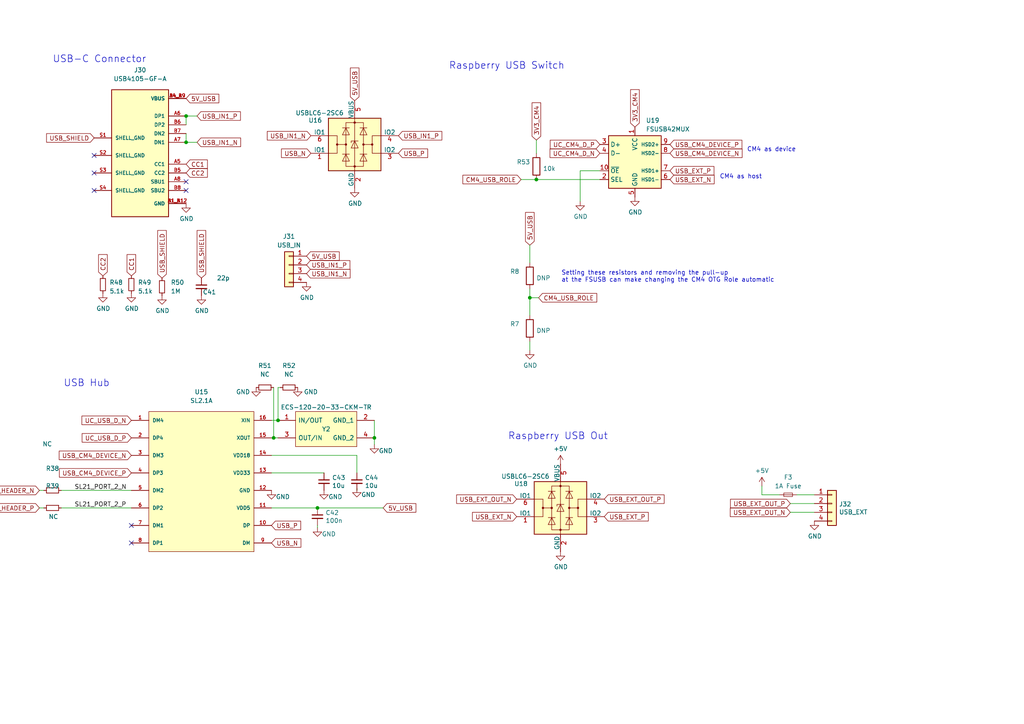
<source format=kicad_sch>
(kicad_sch
	(version 20231120)
	(generator "eeschema")
	(generator_version "8.0")
	(uuid "74cf0a52-5d54-4fe7-ab8a-e290d2389d2c")
	(paper "A4")
	(lib_symbols
		(symbol "Connector_Generic:Conn_01x04"
			(pin_names
				(offset 1.016) hide)
			(exclude_from_sim no)
			(in_bom yes)
			(on_board yes)
			(property "Reference" "J"
				(at 0 5.08 0)
				(effects
					(font
						(size 1.27 1.27)
					)
				)
			)
			(property "Value" "Conn_01x04"
				(at 0 -7.62 0)
				(effects
					(font
						(size 1.27 1.27)
					)
				)
			)
			(property "Footprint" ""
				(at 0 0 0)
				(effects
					(font
						(size 1.27 1.27)
					)
					(hide yes)
				)
			)
			(property "Datasheet" "~"
				(at 0 0 0)
				(effects
					(font
						(size 1.27 1.27)
					)
					(hide yes)
				)
			)
			(property "Description" "Generic connector, single row, 01x04, script generated (kicad-library-utils/schlib/autogen/connector/)"
				(at 0 0 0)
				(effects
					(font
						(size 1.27 1.27)
					)
					(hide yes)
				)
			)
			(property "ki_keywords" "connector"
				(at 0 0 0)
				(effects
					(font
						(size 1.27 1.27)
					)
					(hide yes)
				)
			)
			(property "ki_fp_filters" "Connector*:*_1x??_*"
				(at 0 0 0)
				(effects
					(font
						(size 1.27 1.27)
					)
					(hide yes)
				)
			)
			(symbol "Conn_01x04_1_1"
				(rectangle
					(start -1.27 -4.953)
					(end 0 -5.207)
					(stroke
						(width 0.1524)
						(type default)
					)
					(fill
						(type none)
					)
				)
				(rectangle
					(start -1.27 -2.413)
					(end 0 -2.667)
					(stroke
						(width 0.1524)
						(type default)
					)
					(fill
						(type none)
					)
				)
				(rectangle
					(start -1.27 0.127)
					(end 0 -0.127)
					(stroke
						(width 0.1524)
						(type default)
					)
					(fill
						(type none)
					)
				)
				(rectangle
					(start -1.27 2.667)
					(end 0 2.413)
					(stroke
						(width 0.1524)
						(type default)
					)
					(fill
						(type none)
					)
				)
				(rectangle
					(start -1.27 3.81)
					(end 1.27 -6.35)
					(stroke
						(width 0.254)
						(type default)
					)
					(fill
						(type background)
					)
				)
				(pin passive line
					(at -5.08 2.54 0)
					(length 3.81)
					(name "Pin_1"
						(effects
							(font
								(size 1.27 1.27)
							)
						)
					)
					(number "1"
						(effects
							(font
								(size 1.27 1.27)
							)
						)
					)
				)
				(pin passive line
					(at -5.08 0 0)
					(length 3.81)
					(name "Pin_2"
						(effects
							(font
								(size 1.27 1.27)
							)
						)
					)
					(number "2"
						(effects
							(font
								(size 1.27 1.27)
							)
						)
					)
				)
				(pin passive line
					(at -5.08 -2.54 0)
					(length 3.81)
					(name "Pin_3"
						(effects
							(font
								(size 1.27 1.27)
							)
						)
					)
					(number "3"
						(effects
							(font
								(size 1.27 1.27)
							)
						)
					)
				)
				(pin passive line
					(at -5.08 -5.08 0)
					(length 3.81)
					(name "Pin_4"
						(effects
							(font
								(size 1.27 1.27)
							)
						)
					)
					(number "4"
						(effects
							(font
								(size 1.27 1.27)
							)
						)
					)
				)
			)
		)
		(symbol "Device:C_Small"
			(pin_numbers hide)
			(pin_names
				(offset 0.254) hide)
			(exclude_from_sim no)
			(in_bom yes)
			(on_board yes)
			(property "Reference" "C"
				(at 0.254 1.778 0)
				(effects
					(font
						(size 1.27 1.27)
					)
					(justify left)
				)
			)
			(property "Value" "C_Small"
				(at 0.254 -2.032 0)
				(effects
					(font
						(size 1.27 1.27)
					)
					(justify left)
				)
			)
			(property "Footprint" ""
				(at 0 0 0)
				(effects
					(font
						(size 1.27 1.27)
					)
					(hide yes)
				)
			)
			(property "Datasheet" "~"
				(at 0 0 0)
				(effects
					(font
						(size 1.27 1.27)
					)
					(hide yes)
				)
			)
			(property "Description" "Unpolarized capacitor, small symbol"
				(at 0 0 0)
				(effects
					(font
						(size 1.27 1.27)
					)
					(hide yes)
				)
			)
			(property "ki_keywords" "capacitor cap"
				(at 0 0 0)
				(effects
					(font
						(size 1.27 1.27)
					)
					(hide yes)
				)
			)
			(property "ki_fp_filters" "C_*"
				(at 0 0 0)
				(effects
					(font
						(size 1.27 1.27)
					)
					(hide yes)
				)
			)
			(symbol "C_Small_0_1"
				(polyline
					(pts
						(xy -1.524 -0.508) (xy 1.524 -0.508)
					)
					(stroke
						(width 0.3302)
						(type default)
					)
					(fill
						(type none)
					)
				)
				(polyline
					(pts
						(xy -1.524 0.508) (xy 1.524 0.508)
					)
					(stroke
						(width 0.3048)
						(type default)
					)
					(fill
						(type none)
					)
				)
			)
			(symbol "C_Small_1_1"
				(pin passive line
					(at 0 2.54 270)
					(length 2.032)
					(name "~"
						(effects
							(font
								(size 1.27 1.27)
							)
						)
					)
					(number "1"
						(effects
							(font
								(size 1.27 1.27)
							)
						)
					)
				)
				(pin passive line
					(at 0 -2.54 90)
					(length 2.032)
					(name "~"
						(effects
							(font
								(size 1.27 1.27)
							)
						)
					)
					(number "2"
						(effects
							(font
								(size 1.27 1.27)
							)
						)
					)
				)
			)
		)
		(symbol "Device:Fuse_Small"
			(pin_numbers hide)
			(pin_names
				(offset 0.254) hide)
			(exclude_from_sim no)
			(in_bom yes)
			(on_board yes)
			(property "Reference" "F"
				(at 0 -1.524 0)
				(effects
					(font
						(size 1.27 1.27)
					)
				)
			)
			(property "Value" "Fuse_Small"
				(at 0 1.524 0)
				(effects
					(font
						(size 1.27 1.27)
					)
				)
			)
			(property "Footprint" ""
				(at 0 0 0)
				(effects
					(font
						(size 1.27 1.27)
					)
					(hide yes)
				)
			)
			(property "Datasheet" "~"
				(at 0 0 0)
				(effects
					(font
						(size 1.27 1.27)
					)
					(hide yes)
				)
			)
			(property "Description" "Fuse, small symbol"
				(at 0 0 0)
				(effects
					(font
						(size 1.27 1.27)
					)
					(hide yes)
				)
			)
			(property "ki_keywords" "fuse"
				(at 0 0 0)
				(effects
					(font
						(size 1.27 1.27)
					)
					(hide yes)
				)
			)
			(property "ki_fp_filters" "SM*"
				(at 0 0 0)
				(effects
					(font
						(size 1.27 1.27)
					)
					(hide yes)
				)
			)
			(symbol "Fuse_Small_0_1"
				(rectangle
					(start -1.27 0.508)
					(end 1.27 -0.508)
					(stroke
						(width 0)
						(type default)
					)
					(fill
						(type none)
					)
				)
				(polyline
					(pts
						(xy -1.27 0) (xy 1.27 0)
					)
					(stroke
						(width 0)
						(type default)
					)
					(fill
						(type none)
					)
				)
			)
			(symbol "Fuse_Small_1_1"
				(pin passive line
					(at -2.54 0 0)
					(length 1.27)
					(name "~"
						(effects
							(font
								(size 1.27 1.27)
							)
						)
					)
					(number "1"
						(effects
							(font
								(size 1.27 1.27)
							)
						)
					)
				)
				(pin passive line
					(at 2.54 0 180)
					(length 1.27)
					(name "~"
						(effects
							(font
								(size 1.27 1.27)
							)
						)
					)
					(number "2"
						(effects
							(font
								(size 1.27 1.27)
							)
						)
					)
				)
			)
		)
		(symbol "Device:R"
			(pin_numbers hide)
			(pin_names
				(offset 0)
			)
			(exclude_from_sim no)
			(in_bom yes)
			(on_board yes)
			(property "Reference" "R"
				(at 2.032 0 90)
				(effects
					(font
						(size 1.27 1.27)
					)
				)
			)
			(property "Value" "R"
				(at 0 0 90)
				(effects
					(font
						(size 1.27 1.27)
					)
				)
			)
			(property "Footprint" ""
				(at -1.778 0 90)
				(effects
					(font
						(size 1.27 1.27)
					)
					(hide yes)
				)
			)
			(property "Datasheet" "~"
				(at 0 0 0)
				(effects
					(font
						(size 1.27 1.27)
					)
					(hide yes)
				)
			)
			(property "Description" "Resistor"
				(at 0 0 0)
				(effects
					(font
						(size 1.27 1.27)
					)
					(hide yes)
				)
			)
			(property "ki_keywords" "R res resistor"
				(at 0 0 0)
				(effects
					(font
						(size 1.27 1.27)
					)
					(hide yes)
				)
			)
			(property "ki_fp_filters" "R_*"
				(at 0 0 0)
				(effects
					(font
						(size 1.27 1.27)
					)
					(hide yes)
				)
			)
			(symbol "R_0_1"
				(rectangle
					(start -1.016 -2.54)
					(end 1.016 2.54)
					(stroke
						(width 0.254)
						(type default)
					)
					(fill
						(type none)
					)
				)
			)
			(symbol "R_1_1"
				(pin passive line
					(at 0 3.81 270)
					(length 1.27)
					(name "~"
						(effects
							(font
								(size 1.27 1.27)
							)
						)
					)
					(number "1"
						(effects
							(font
								(size 1.27 1.27)
							)
						)
					)
				)
				(pin passive line
					(at 0 -3.81 90)
					(length 1.27)
					(name "~"
						(effects
							(font
								(size 1.27 1.27)
							)
						)
					)
					(number "2"
						(effects
							(font
								(size 1.27 1.27)
							)
						)
					)
				)
			)
		)
		(symbol "Device:R_Small"
			(pin_numbers hide)
			(pin_names
				(offset 0.254) hide)
			(exclude_from_sim no)
			(in_bom yes)
			(on_board yes)
			(property "Reference" "R"
				(at 0.762 0.508 0)
				(effects
					(font
						(size 1.27 1.27)
					)
					(justify left)
				)
			)
			(property "Value" "R_Small"
				(at 0.762 -1.016 0)
				(effects
					(font
						(size 1.27 1.27)
					)
					(justify left)
				)
			)
			(property "Footprint" ""
				(at 0 0 0)
				(effects
					(font
						(size 1.27 1.27)
					)
					(hide yes)
				)
			)
			(property "Datasheet" "~"
				(at 0 0 0)
				(effects
					(font
						(size 1.27 1.27)
					)
					(hide yes)
				)
			)
			(property "Description" "Resistor, small symbol"
				(at 0 0 0)
				(effects
					(font
						(size 1.27 1.27)
					)
					(hide yes)
				)
			)
			(property "ki_keywords" "R resistor"
				(at 0 0 0)
				(effects
					(font
						(size 1.27 1.27)
					)
					(hide yes)
				)
			)
			(property "ki_fp_filters" "R_*"
				(at 0 0 0)
				(effects
					(font
						(size 1.27 1.27)
					)
					(hide yes)
				)
			)
			(symbol "R_Small_0_1"
				(rectangle
					(start -0.762 1.778)
					(end 0.762 -1.778)
					(stroke
						(width 0.2032)
						(type default)
					)
					(fill
						(type none)
					)
				)
			)
			(symbol "R_Small_1_1"
				(pin passive line
					(at 0 2.54 270)
					(length 0.762)
					(name "~"
						(effects
							(font
								(size 1.27 1.27)
							)
						)
					)
					(number "1"
						(effects
							(font
								(size 1.27 1.27)
							)
						)
					)
				)
				(pin passive line
					(at 0 -2.54 90)
					(length 0.762)
					(name "~"
						(effects
							(font
								(size 1.27 1.27)
							)
						)
					)
					(number "2"
						(effects
							(font
								(size 1.27 1.27)
							)
						)
					)
				)
			)
		)
		(symbol "Interface_USB:FSUSB42MUX"
			(exclude_from_sim no)
			(in_bom yes)
			(on_board yes)
			(property "Reference" "U"
				(at -6.35 8.89 0)
				(effects
					(font
						(size 1.27 1.27)
					)
				)
			)
			(property "Value" "FSUSB42MUX"
				(at 7.62 8.89 0)
				(effects
					(font
						(size 1.27 1.27)
					)
				)
			)
			(property "Footprint" "Package_SO:MSOP-10_3x3mm_P0.5mm"
				(at 0 -20.32 0)
				(effects
					(font
						(size 1.27 1.27)
					)
					(hide yes)
				)
			)
			(property "Datasheet" "https://www.onsemi.com/pub/Collateral/FSUSB42-D.PDF"
				(at 0 -2.54 0)
				(effects
					(font
						(size 1.27 1.27)
					)
					(hide yes)
				)
			)
			(property "Description" "Low-Power, Two-Port, High-Speed, USB2.0 (480Mbps) or UART Switch, MSOP-10"
				(at 0 0 0)
				(effects
					(font
						(size 1.27 1.27)
					)
					(hide yes)
				)
			)
			(property "ki_keywords" "USB 2.0 UART High Speed Switch"
				(at 0 0 0)
				(effects
					(font
						(size 1.27 1.27)
					)
					(hide yes)
				)
			)
			(property "ki_fp_filters" "MSOP*3x3mm*P0.5mm*"
				(at 0 0 0)
				(effects
					(font
						(size 1.27 1.27)
					)
					(hide yes)
				)
			)
			(symbol "FSUSB42MUX_0_1"
				(rectangle
					(start 7.62 7.62)
					(end -7.62 -7.62)
					(stroke
						(width 0.254)
						(type default)
					)
					(fill
						(type background)
					)
				)
			)
			(symbol "FSUSB42MUX_1_1"
				(pin power_in line
					(at 0 10.16 270)
					(length 2.54)
					(name "VCC"
						(effects
							(font
								(size 1.27 1.27)
							)
						)
					)
					(number "1"
						(effects
							(font
								(size 1.27 1.27)
							)
						)
					)
				)
				(pin input line
					(at -10.16 -2.54 0)
					(length 2.54)
					(name "~{OE}"
						(effects
							(font
								(size 1.27 1.27)
							)
						)
					)
					(number "10"
						(effects
							(font
								(size 1.27 1.27)
							)
						)
					)
				)
				(pin input line
					(at -10.16 -5.08 0)
					(length 2.54)
					(name "SEL"
						(effects
							(font
								(size 1.27 1.27)
							)
						)
					)
					(number "2"
						(effects
							(font
								(size 1.27 1.27)
							)
						)
					)
				)
				(pin bidirectional line
					(at -10.16 5.08 0)
					(length 2.54)
					(name "D+"
						(effects
							(font
								(size 1.27 1.27)
							)
						)
					)
					(number "3"
						(effects
							(font
								(size 1.27 1.27)
							)
						)
					)
				)
				(pin bidirectional line
					(at -10.16 2.54 0)
					(length 2.54)
					(name "D-"
						(effects
							(font
								(size 1.27 1.27)
							)
						)
					)
					(number "4"
						(effects
							(font
								(size 1.27 1.27)
							)
						)
					)
				)
				(pin power_in line
					(at 0 -10.16 90)
					(length 2.54)
					(name "GND"
						(effects
							(font
								(size 1.27 1.27)
							)
						)
					)
					(number "5"
						(effects
							(font
								(size 1.27 1.27)
							)
						)
					)
				)
				(pin bidirectional line
					(at 10.16 -5.08 180)
					(length 2.54)
					(name "HSD1-"
						(effects
							(font
								(size 0.9906 0.9906)
							)
						)
					)
					(number "6"
						(effects
							(font
								(size 1.27 1.27)
							)
						)
					)
				)
				(pin bidirectional line
					(at 10.16 -2.54 180)
					(length 2.54)
					(name "HSD1+"
						(effects
							(font
								(size 0.9906 0.9906)
							)
						)
					)
					(number "7"
						(effects
							(font
								(size 1.27 1.27)
							)
						)
					)
				)
				(pin bidirectional line
					(at 10.16 2.54 180)
					(length 2.54)
					(name "HSD2-"
						(effects
							(font
								(size 0.9906 0.9906)
							)
						)
					)
					(number "8"
						(effects
							(font
								(size 1.27 1.27)
							)
						)
					)
				)
				(pin bidirectional line
					(at 10.16 5.08 180)
					(length 2.54)
					(name "HSD2+"
						(effects
							(font
								(size 0.9906 0.9906)
							)
						)
					)
					(number "9"
						(effects
							(font
								(size 1.27 1.27)
							)
						)
					)
				)
			)
		)
		(symbol "Power_Protection:USBLC6-2SC6"
			(pin_names
				(offset 0)
			)
			(exclude_from_sim no)
			(in_bom yes)
			(on_board yes)
			(property "Reference" "U"
				(at 5.08 8.89 0)
				(effects
					(font
						(size 1.27 1.27)
					)
				)
			)
			(property "Value" "USBLC6-2SC6"
				(at 10.16 -10.16 0)
				(effects
					(font
						(size 1.27 1.27)
					)
				)
			)
			(property "Footprint" "Package_TO_SOT_SMD:SOT-23-6"
				(at -19.05 10.16 0)
				(effects
					(font
						(size 1.27 1.27)
					)
					(hide yes)
				)
			)
			(property "Datasheet" "http://www2.st.com/resource/en/datasheet/CD00050750.pdf"
				(at 5.08 8.89 0)
				(effects
					(font
						(size 1.27 1.27)
					)
					(hide yes)
				)
			)
			(property "Description" "Bidirectional ESD Protection Diode, SOT-23-6"
				(at 0 0 0)
				(effects
					(font
						(size 1.27 1.27)
					)
					(hide yes)
				)
			)
			(property "ki_keywords" "usb ethernet"
				(at 0 0 0)
				(effects
					(font
						(size 1.27 1.27)
					)
					(hide yes)
				)
			)
			(property "ki_fp_filters" "SOT?23*"
				(at 0 0 0)
				(effects
					(font
						(size 1.27 1.27)
					)
					(hide yes)
				)
			)
			(symbol "USBLC6-2SC6_0_1"
				(rectangle
					(start -7.62 -7.62)
					(end 7.62 7.62)
					(stroke
						(width 0.254)
						(type default)
					)
					(fill
						(type background)
					)
				)
				(circle
					(center -5.08 0)
					(radius 0.254)
					(stroke
						(width 0)
						(type default)
					)
					(fill
						(type outline)
					)
				)
				(circle
					(center -2.54 0)
					(radius 0.254)
					(stroke
						(width 0)
						(type default)
					)
					(fill
						(type outline)
					)
				)
				(rectangle
					(start -2.54 6.35)
					(end 2.54 -6.35)
					(stroke
						(width 0)
						(type default)
					)
					(fill
						(type none)
					)
				)
				(circle
					(center 0 -6.35)
					(radius 0.254)
					(stroke
						(width 0)
						(type default)
					)
					(fill
						(type outline)
					)
				)
				(polyline
					(pts
						(xy -5.08 -2.54) (xy -7.62 -2.54)
					)
					(stroke
						(width 0)
						(type default)
					)
					(fill
						(type none)
					)
				)
				(polyline
					(pts
						(xy -5.08 0) (xy -5.08 -2.54)
					)
					(stroke
						(width 0)
						(type default)
					)
					(fill
						(type none)
					)
				)
				(polyline
					(pts
						(xy -5.08 2.54) (xy -7.62 2.54)
					)
					(stroke
						(width 0)
						(type default)
					)
					(fill
						(type none)
					)
				)
				(polyline
					(pts
						(xy -1.524 -2.794) (xy -3.556 -2.794)
					)
					(stroke
						(width 0)
						(type default)
					)
					(fill
						(type none)
					)
				)
				(polyline
					(pts
						(xy -1.524 4.826) (xy -3.556 4.826)
					)
					(stroke
						(width 0)
						(type default)
					)
					(fill
						(type none)
					)
				)
				(polyline
					(pts
						(xy 0 -7.62) (xy 0 -6.35)
					)
					(stroke
						(width 0)
						(type default)
					)
					(fill
						(type none)
					)
				)
				(polyline
					(pts
						(xy 0 -6.35) (xy 0 1.27)
					)
					(stroke
						(width 0)
						(type default)
					)
					(fill
						(type none)
					)
				)
				(polyline
					(pts
						(xy 0 1.27) (xy 0 6.35)
					)
					(stroke
						(width 0)
						(type default)
					)
					(fill
						(type none)
					)
				)
				(polyline
					(pts
						(xy 0 6.35) (xy 0 7.62)
					)
					(stroke
						(width 0)
						(type default)
					)
					(fill
						(type none)
					)
				)
				(polyline
					(pts
						(xy 1.524 -2.794) (xy 3.556 -2.794)
					)
					(stroke
						(width 0)
						(type default)
					)
					(fill
						(type none)
					)
				)
				(polyline
					(pts
						(xy 1.524 4.826) (xy 3.556 4.826)
					)
					(stroke
						(width 0)
						(type default)
					)
					(fill
						(type none)
					)
				)
				(polyline
					(pts
						(xy 5.08 -2.54) (xy 7.62 -2.54)
					)
					(stroke
						(width 0)
						(type default)
					)
					(fill
						(type none)
					)
				)
				(polyline
					(pts
						(xy 5.08 0) (xy 5.08 -2.54)
					)
					(stroke
						(width 0)
						(type default)
					)
					(fill
						(type none)
					)
				)
				(polyline
					(pts
						(xy 5.08 2.54) (xy 7.62 2.54)
					)
					(stroke
						(width 0)
						(type default)
					)
					(fill
						(type none)
					)
				)
				(polyline
					(pts
						(xy -2.54 0) (xy -5.08 0) (xy -5.08 2.54)
					)
					(stroke
						(width 0)
						(type default)
					)
					(fill
						(type none)
					)
				)
				(polyline
					(pts
						(xy 2.54 0) (xy 5.08 0) (xy 5.08 2.54)
					)
					(stroke
						(width 0)
						(type default)
					)
					(fill
						(type none)
					)
				)
				(polyline
					(pts
						(xy -3.556 -4.826) (xy -1.524 -4.826) (xy -2.54 -2.794) (xy -3.556 -4.826)
					)
					(stroke
						(width 0)
						(type default)
					)
					(fill
						(type none)
					)
				)
				(polyline
					(pts
						(xy -3.556 2.794) (xy -1.524 2.794) (xy -2.54 4.826) (xy -3.556 2.794)
					)
					(stroke
						(width 0)
						(type default)
					)
					(fill
						(type none)
					)
				)
				(polyline
					(pts
						(xy -1.016 -1.016) (xy 1.016 -1.016) (xy 0 1.016) (xy -1.016 -1.016)
					)
					(stroke
						(width 0)
						(type default)
					)
					(fill
						(type none)
					)
				)
				(polyline
					(pts
						(xy 1.016 1.016) (xy 0.762 1.016) (xy -1.016 1.016) (xy -1.016 0.508)
					)
					(stroke
						(width 0)
						(type default)
					)
					(fill
						(type none)
					)
				)
				(polyline
					(pts
						(xy 3.556 -4.826) (xy 1.524 -4.826) (xy 2.54 -2.794) (xy 3.556 -4.826)
					)
					(stroke
						(width 0)
						(type default)
					)
					(fill
						(type none)
					)
				)
				(polyline
					(pts
						(xy 3.556 2.794) (xy 1.524 2.794) (xy 2.54 4.826) (xy 3.556 2.794)
					)
					(stroke
						(width 0)
						(type default)
					)
					(fill
						(type none)
					)
				)
				(circle
					(center 0 6.35)
					(radius 0.254)
					(stroke
						(width 0)
						(type default)
					)
					(fill
						(type outline)
					)
				)
				(circle
					(center 2.54 0)
					(radius 0.254)
					(stroke
						(width 0)
						(type default)
					)
					(fill
						(type outline)
					)
				)
				(circle
					(center 5.08 0)
					(radius 0.254)
					(stroke
						(width 0)
						(type default)
					)
					(fill
						(type outline)
					)
				)
			)
			(symbol "USBLC6-2SC6_1_1"
				(pin passive line
					(at -12.7 -2.54 0)
					(length 5.08)
					(name "IO1"
						(effects
							(font
								(size 1.27 1.27)
							)
						)
					)
					(number "1"
						(effects
							(font
								(size 1.27 1.27)
							)
						)
					)
				)
				(pin passive line
					(at 0 -12.7 90)
					(length 5.08)
					(name "GND"
						(effects
							(font
								(size 1.27 1.27)
							)
						)
					)
					(number "2"
						(effects
							(font
								(size 1.27 1.27)
							)
						)
					)
				)
				(pin passive line
					(at 12.7 -2.54 180)
					(length 5.08)
					(name "IO2"
						(effects
							(font
								(size 1.27 1.27)
							)
						)
					)
					(number "3"
						(effects
							(font
								(size 1.27 1.27)
							)
						)
					)
				)
				(pin passive line
					(at 12.7 2.54 180)
					(length 5.08)
					(name "IO2"
						(effects
							(font
								(size 1.27 1.27)
							)
						)
					)
					(number "4"
						(effects
							(font
								(size 1.27 1.27)
							)
						)
					)
				)
				(pin passive line
					(at 0 12.7 270)
					(length 5.08)
					(name "VBUS"
						(effects
							(font
								(size 1.27 1.27)
							)
						)
					)
					(number "5"
						(effects
							(font
								(size 1.27 1.27)
							)
						)
					)
				)
				(pin passive line
					(at -12.7 2.54 0)
					(length 5.08)
					(name "IO1"
						(effects
							(font
								(size 1.27 1.27)
							)
						)
					)
					(number "6"
						(effects
							(font
								(size 1.27 1.27)
							)
						)
					)
				)
			)
		)
		(symbol "downloaded_parts:ECS-120-20-33-CKM-TR"
			(pin_names
				(offset 0.762)
			)
			(exclude_from_sim no)
			(in_bom yes)
			(on_board yes)
			(property "Reference" "Y?"
				(at 16.51 7.62 0)
				(effects
					(font
						(size 1.27 1.27)
					)
				)
			)
			(property "Value" "ECS-120-20-33-CKM-TR"
				(at 11.43 -7.62 0)
				(effects
					(font
						(size 1.27 1.27)
					)
				)
			)
			(property "Footprint" "ECS1202033CKMTR"
				(at 29.21 2.54 0)
				(effects
					(font
						(size 1.27 1.27)
					)
					(justify left)
					(hide yes)
				)
			)
			(property "Datasheet" "https://ecsxtal.com/store/pdf/ecx-32.pdf"
				(at 29.21 0 0)
				(effects
					(font
						(size 1.27 1.27)
					)
					(justify left)
					(hide yes)
				)
			)
			(property "Description" "Crystals 12.000MHz 20pF 10ppm -20C +70C"
				(at 29.21 -2.54 0)
				(effects
					(font
						(size 1.27 1.27)
					)
					(justify left)
					(hide yes)
				)
			)
			(property "Height" "0.8"
				(at 29.21 -5.08 0)
				(effects
					(font
						(size 1.27 1.27)
					)
					(justify left)
					(hide yes)
				)
			)
			(property "Mouser Part Number" "520-120-20-33-CKMT"
				(at 29.21 -7.62 0)
				(effects
					(font
						(size 1.27 1.27)
					)
					(justify left)
					(hide yes)
				)
			)
			(property "Mouser Price/Stock" "https://www.mouser.co.uk/ProductDetail/ECS/ECS-120-20-33-CKM-TR?qs=ttzZIJSyan3D8IeYzLfaEw%3D%3D"
				(at 29.21 -10.16 0)
				(effects
					(font
						(size 1.27 1.27)
					)
					(justify left)
					(hide yes)
				)
			)
			(property "Manufacturer_Name" "ECS"
				(at 29.21 -12.7 0)
				(effects
					(font
						(size 1.27 1.27)
					)
					(justify left)
					(hide yes)
				)
			)
			(property "Manufacturer_Part_Number" "ECS-120-20-33-CKM-TR"
				(at 29.21 -15.24 0)
				(effects
					(font
						(size 1.27 1.27)
					)
					(justify left)
					(hide yes)
				)
			)
			(symbol "ECS-120-20-33-CKM-TR_0_0"
				(pin passive line
					(at -2.54 -11.43 0)
					(length 5.08)
					(name "IN/OUT"
						(effects
							(font
								(size 1.27 1.27)
							)
						)
					)
					(number "1"
						(effects
							(font
								(size 1.27 1.27)
							)
						)
					)
				)
				(pin passive line
					(at 25.4 -11.43 180)
					(length 5.08)
					(name "GND_1"
						(effects
							(font
								(size 1.27 1.27)
							)
						)
					)
					(number "2"
						(effects
							(font
								(size 1.27 1.27)
							)
						)
					)
				)
				(pin passive line
					(at -2.54 -16.51 0)
					(length 5.08)
					(name "OUT/IN"
						(effects
							(font
								(size 1.27 1.27)
							)
						)
					)
					(number "3"
						(effects
							(font
								(size 1.27 1.27)
							)
						)
					)
				)
				(pin passive line
					(at 25.4 -16.51 180)
					(length 5.08)
					(name "GND_2"
						(effects
							(font
								(size 1.27 1.27)
							)
						)
					)
					(number "4"
						(effects
							(font
								(size 1.27 1.27)
							)
						)
					)
				)
			)
			(symbol "ECS-120-20-33-CKM-TR_0_1"
				(rectangle
					(start 2.54 -8.89)
					(end 20.32 -19.05)
					(stroke
						(width 0.1524)
						(type default)
					)
					(fill
						(type background)
					)
				)
			)
		)
		(symbol "downloaded_parts:SL2.1A"
			(pin_names
				(offset 1.016)
			)
			(exclude_from_sim no)
			(in_bom yes)
			(on_board yes)
			(property "Reference" "U11"
				(at 0 25.4 0)
				(effects
					(font
						(size 1.27 1.27)
					)
				)
			)
			(property "Value" "SL2.1A"
				(at 0 22.86 0)
				(effects
					(font
						(size 1.27 1.27)
					)
				)
			)
			(property "Footprint" "Package_SO:SO-16_3.9x9.9mm_P1.27mm"
				(at 0 0 0)
				(effects
					(font
						(size 1.27 1.27)
					)
					(justify left bottom)
					(hide yes)
				)
			)
			(property "Datasheet" ""
				(at 0 0 0)
				(effects
					(font
						(size 1.27 1.27)
					)
					(justify left bottom)
					(hide yes)
				)
			)
			(property "Description" ""
				(at 0 0 0)
				(effects
					(font
						(size 1.27 1.27)
					)
					(hide yes)
				)
			)
			(property "ki_locked" ""
				(at 0 0 0)
				(effects
					(font
						(size 1.27 1.27)
					)
				)
			)
			(symbol "SL2.1A_0_0"
				(pin bidirectional line
					(at -20.32 17.78 0)
					(length 5.08)
					(name "DM4"
						(effects
							(font
								(size 1.016 1.016)
							)
						)
					)
					(number "1"
						(effects
							(font
								(size 1.016 1.016)
							)
						)
					)
				)
				(pin bidirectional line
					(at 20.32 -12.7 180)
					(length 5.08)
					(name "DP"
						(effects
							(font
								(size 1.016 1.016)
							)
						)
					)
					(number "10"
						(effects
							(font
								(size 1.016 1.016)
							)
						)
					)
				)
				(pin bidirectional line
					(at 20.32 -7.62 180)
					(length 5.08)
					(name "VDD5"
						(effects
							(font
								(size 1.016 1.016)
							)
						)
					)
					(number "11"
						(effects
							(font
								(size 1.016 1.016)
							)
						)
					)
				)
				(pin bidirectional line
					(at 20.32 -2.54 180)
					(length 5.08)
					(name "GND"
						(effects
							(font
								(size 1.016 1.016)
							)
						)
					)
					(number "12"
						(effects
							(font
								(size 1.016 1.016)
							)
						)
					)
				)
				(pin bidirectional line
					(at 20.32 2.54 180)
					(length 5.08)
					(name "VDD33"
						(effects
							(font
								(size 1.016 1.016)
							)
						)
					)
					(number "13"
						(effects
							(font
								(size 1.016 1.016)
							)
						)
					)
				)
				(pin bidirectional line
					(at 20.32 7.62 180)
					(length 5.08)
					(name "VDD18"
						(effects
							(font
								(size 1.016 1.016)
							)
						)
					)
					(number "14"
						(effects
							(font
								(size 1.016 1.016)
							)
						)
					)
				)
				(pin bidirectional line
					(at 20.32 12.7 180)
					(length 5.08)
					(name "XOUT"
						(effects
							(font
								(size 1.016 1.016)
							)
						)
					)
					(number "15"
						(effects
							(font
								(size 1.016 1.016)
							)
						)
					)
				)
				(pin bidirectional line
					(at 20.32 17.78 180)
					(length 5.08)
					(name "XIN"
						(effects
							(font
								(size 1.016 1.016)
							)
						)
					)
					(number "16"
						(effects
							(font
								(size 1.016 1.016)
							)
						)
					)
				)
				(pin bidirectional line
					(at -20.32 12.7 0)
					(length 5.08)
					(name "DP4"
						(effects
							(font
								(size 1.016 1.016)
							)
						)
					)
					(number "2"
						(effects
							(font
								(size 1.016 1.016)
							)
						)
					)
				)
				(pin bidirectional line
					(at -20.32 7.62 0)
					(length 5.08)
					(name "DM3"
						(effects
							(font
								(size 1.016 1.016)
							)
						)
					)
					(number "3"
						(effects
							(font
								(size 1.016 1.016)
							)
						)
					)
				)
				(pin bidirectional line
					(at -20.32 2.54 0)
					(length 5.08)
					(name "DP3"
						(effects
							(font
								(size 1.016 1.016)
							)
						)
					)
					(number "4"
						(effects
							(font
								(size 1.016 1.016)
							)
						)
					)
				)
				(pin bidirectional line
					(at -20.32 -2.54 0)
					(length 5.08)
					(name "DM2"
						(effects
							(font
								(size 1.016 1.016)
							)
						)
					)
					(number "5"
						(effects
							(font
								(size 1.016 1.016)
							)
						)
					)
				)
				(pin bidirectional line
					(at -20.32 -7.62 0)
					(length 5.08)
					(name "DP2"
						(effects
							(font
								(size 1.016 1.016)
							)
						)
					)
					(number "6"
						(effects
							(font
								(size 1.016 1.016)
							)
						)
					)
				)
				(pin bidirectional line
					(at -20.32 -12.7 0)
					(length 5.08)
					(name "DM1"
						(effects
							(font
								(size 1.016 1.016)
							)
						)
					)
					(number "7"
						(effects
							(font
								(size 1.016 1.016)
							)
						)
					)
				)
				(pin bidirectional line
					(at -20.32 -17.78 0)
					(length 5.08)
					(name "DP1"
						(effects
							(font
								(size 1.016 1.016)
							)
						)
					)
					(number "8"
						(effects
							(font
								(size 1.016 1.016)
							)
						)
					)
				)
				(pin bidirectional line
					(at 20.32 -17.78 180)
					(length 5.08)
					(name "DM"
						(effects
							(font
								(size 1.016 1.016)
							)
						)
					)
					(number "9"
						(effects
							(font
								(size 1.016 1.016)
							)
						)
					)
				)
			)
			(symbol "SL2.1A_0_1"
				(rectangle
					(start -15.24 20.32)
					(end 15.24 -20.32)
					(stroke
						(width 0.1524)
						(type default)
					)
					(fill
						(type background)
					)
				)
			)
		)
		(symbol "downloaded_parts:USB4105-GF-A"
			(pin_names
				(offset 1.016)
			)
			(exclude_from_sim no)
			(in_bom yes)
			(on_board yes)
			(property "Reference" "J5"
				(at 0 16.51 0)
				(effects
					(font
						(size 1.27 1.27)
					)
				)
			)
			(property "Value" "USB4105-GF-A"
				(at 0 13.97 0)
				(effects
					(font
						(size 1.27 1.27)
					)
				)
			)
			(property "Footprint" "downloaded_parts:GCT_USB4105-GF-A"
				(at 0 0 0)
				(effects
					(font
						(size 1.27 1.27)
					)
					(justify left bottom)
					(hide yes)
				)
			)
			(property "Datasheet" ""
				(at 0 0 0)
				(effects
					(font
						(size 1.27 1.27)
					)
					(justify left bottom)
					(hide yes)
				)
			)
			(property "Description" ""
				(at 0 0 0)
				(effects
					(font
						(size 1.27 1.27)
					)
					(hide yes)
				)
			)
			(property "MANUFACTURER" "GCT"
				(at 0 0 0)
				(effects
					(font
						(size 1.27 1.27)
					)
					(justify left bottom)
					(hide yes)
				)
			)
			(property "PARTREV" "A3"
				(at 0 0 0)
				(effects
					(font
						(size 1.27 1.27)
					)
					(justify left bottom)
					(hide yes)
				)
			)
			(property "MAXIMUM_PACKAGE_HEIGHT" "3.31 mm"
				(at 0 0 0)
				(effects
					(font
						(size 1.27 1.27)
					)
					(justify left bottom)
					(hide yes)
				)
			)
			(property "STANDARD" "Manufacturer Recommendations"
				(at 0 0 0)
				(effects
					(font
						(size 1.27 1.27)
					)
					(justify left bottom)
					(hide yes)
				)
			)
			(property "ki_locked" ""
				(at 0 0 0)
				(effects
					(font
						(size 1.27 1.27)
					)
				)
			)
			(symbol "USB4105-GF-A_0_0"
				(rectangle
					(start -1.27 12.7)
					(end 15.24 -24.13)
					(stroke
						(width 0.254)
						(type default)
					)
					(fill
						(type background)
					)
				)
				(pin power_in line
					(at 20.32 -20.32 180)
					(length 5.08)
					(name "GND"
						(effects
							(font
								(size 1.016 1.016)
							)
						)
					)
					(number "A1_B12"
						(effects
							(font
								(size 1.016 1.016)
							)
						)
					)
				)
				(pin power_in line
					(at 20.32 10.16 180)
					(length 5.08)
					(name "VBUS"
						(effects
							(font
								(size 1.016 1.016)
							)
						)
					)
					(number "A4_B9"
						(effects
							(font
								(size 1.016 1.016)
							)
						)
					)
				)
				(pin bidirectional line
					(at 20.32 -8.89 180)
					(length 5.08)
					(name "CC1"
						(effects
							(font
								(size 1.016 1.016)
							)
						)
					)
					(number "A5"
						(effects
							(font
								(size 1.016 1.016)
							)
						)
					)
				)
				(pin bidirectional line
					(at 20.32 5.08 180)
					(length 5.08)
					(name "DP1"
						(effects
							(font
								(size 1.016 1.016)
							)
						)
					)
					(number "A6"
						(effects
							(font
								(size 1.016 1.016)
							)
						)
					)
				)
				(pin bidirectional line
					(at 20.32 -2.54 180)
					(length 5.08)
					(name "DN1"
						(effects
							(font
								(size 1.016 1.016)
							)
						)
					)
					(number "A7"
						(effects
							(font
								(size 1.016 1.016)
							)
						)
					)
				)
				(pin bidirectional line
					(at 20.32 -13.97 180)
					(length 5.08)
					(name "SBU1"
						(effects
							(font
								(size 1.016 1.016)
							)
						)
					)
					(number "A8"
						(effects
							(font
								(size 1.016 1.016)
							)
						)
					)
				)
				(pin power_in line
					(at 20.32 -20.32 180)
					(length 5.08)
					(name "GND"
						(effects
							(font
								(size 1.016 1.016)
							)
						)
					)
					(number "B1_A12"
						(effects
							(font
								(size 1.016 1.016)
							)
						)
					)
				)
				(pin power_in line
					(at 20.32 10.16 180)
					(length 5.08)
					(name "VBUS"
						(effects
							(font
								(size 1.016 1.016)
							)
						)
					)
					(number "B4_A9"
						(effects
							(font
								(size 1.016 1.016)
							)
						)
					)
				)
				(pin bidirectional line
					(at 20.32 -11.43 180)
					(length 5.08)
					(name "CC2"
						(effects
							(font
								(size 1.016 1.016)
							)
						)
					)
					(number "B5"
						(effects
							(font
								(size 1.016 1.016)
							)
						)
					)
				)
				(pin bidirectional line
					(at 20.32 2.54 180)
					(length 5.08)
					(name "DP2"
						(effects
							(font
								(size 1.016 1.016)
							)
						)
					)
					(number "B6"
						(effects
							(font
								(size 1.016 1.016)
							)
						)
					)
				)
				(pin bidirectional line
					(at 20.32 0 180)
					(length 5.08)
					(name "DN2"
						(effects
							(font
								(size 1.016 1.016)
							)
						)
					)
					(number "B7"
						(effects
							(font
								(size 1.016 1.016)
							)
						)
					)
				)
				(pin bidirectional line
					(at 20.32 -16.51 180)
					(length 5.08)
					(name "SBU2"
						(effects
							(font
								(size 1.016 1.016)
							)
						)
					)
					(number "B8"
						(effects
							(font
								(size 1.016 1.016)
							)
						)
					)
				)
				(pin power_in line
					(at -6.35 -1.27 0)
					(length 5.08)
					(name "SHELL_GND"
						(effects
							(font
								(size 1.016 1.016)
							)
						)
					)
					(number "S1"
						(effects
							(font
								(size 1.016 1.016)
							)
						)
					)
				)
				(pin power_in line
					(at -6.35 -6.35 0)
					(length 5.08)
					(name "SHELL_GND"
						(effects
							(font
								(size 1.016 1.016)
							)
						)
					)
					(number "S2"
						(effects
							(font
								(size 1.016 1.016)
							)
						)
					)
				)
				(pin power_in line
					(at -6.35 -11.43 0)
					(length 5.08)
					(name "SHELL_GND"
						(effects
							(font
								(size 1.016 1.016)
							)
						)
					)
					(number "S3"
						(effects
							(font
								(size 1.016 1.016)
							)
						)
					)
				)
				(pin power_in line
					(at -6.35 -16.51 0)
					(length 5.08)
					(name "SHELL_GND"
						(effects
							(font
								(size 1.016 1.016)
							)
						)
					)
					(number "S4"
						(effects
							(font
								(size 1.016 1.016)
							)
						)
					)
				)
			)
		)
		(symbol "power:+5V"
			(power)
			(pin_names
				(offset 0)
			)
			(exclude_from_sim no)
			(in_bom yes)
			(on_board yes)
			(property "Reference" "#PWR"
				(at 0 -3.81 0)
				(effects
					(font
						(size 1.27 1.27)
					)
					(hide yes)
				)
			)
			(property "Value" "+5V"
				(at 0 3.556 0)
				(effects
					(font
						(size 1.27 1.27)
					)
				)
			)
			(property "Footprint" ""
				(at 0 0 0)
				(effects
					(font
						(size 1.27 1.27)
					)
					(hide yes)
				)
			)
			(property "Datasheet" ""
				(at 0 0 0)
				(effects
					(font
						(size 1.27 1.27)
					)
					(hide yes)
				)
			)
			(property "Description" "Power flag"
				(at 0 0 0)
				(effects
					(font
						(size 1.27 1.27)
					)
					(hide yes)
				)
			)
			(property "ki_keywords" "power-flag"
				(at 0 0 0)
				(effects
					(font
						(size 1.27 1.27)
					)
					(hide yes)
				)
			)
			(symbol "+5V_0_1"
				(polyline
					(pts
						(xy -0.762 1.27) (xy 0 2.54)
					)
					(stroke
						(width 0)
						(type default)
					)
					(fill
						(type none)
					)
				)
				(polyline
					(pts
						(xy 0 0) (xy 0 2.54)
					)
					(stroke
						(width 0)
						(type default)
					)
					(fill
						(type none)
					)
				)
				(polyline
					(pts
						(xy 0 2.54) (xy 0.762 1.27)
					)
					(stroke
						(width 0)
						(type default)
					)
					(fill
						(type none)
					)
				)
			)
			(symbol "+5V_1_1"
				(pin power_in line
					(at 0 0 90)
					(length 0) hide
					(name "+5V"
						(effects
							(font
								(size 1.27 1.27)
							)
						)
					)
					(number "1"
						(effects
							(font
								(size 1.27 1.27)
							)
						)
					)
				)
			)
		)
		(symbol "power:GND"
			(power)
			(pin_names
				(offset 0)
			)
			(exclude_from_sim no)
			(in_bom yes)
			(on_board yes)
			(property "Reference" "#PWR"
				(at 0 -6.35 0)
				(effects
					(font
						(size 1.27 1.27)
					)
					(hide yes)
				)
			)
			(property "Value" "GND"
				(at 0 -3.81 0)
				(effects
					(font
						(size 1.27 1.27)
					)
				)
			)
			(property "Footprint" ""
				(at 0 0 0)
				(effects
					(font
						(size 1.27 1.27)
					)
					(hide yes)
				)
			)
			(property "Datasheet" ""
				(at 0 0 0)
				(effects
					(font
						(size 1.27 1.27)
					)
					(hide yes)
				)
			)
			(property "Description" "Power flag, ground"
				(at 0 0 0)
				(effects
					(font
						(size 1.27 1.27)
					)
					(hide yes)
				)
			)
			(property "ki_keywords" "power-flag"
				(at 0 0 0)
				(effects
					(font
						(size 1.27 1.27)
					)
					(hide yes)
				)
			)
			(symbol "GND_0_1"
				(polyline
					(pts
						(xy 0 0) (xy 0 -1.27) (xy 1.27 -1.27) (xy 0 -2.54) (xy -1.27 -1.27) (xy 0 -1.27)
					)
					(stroke
						(width 0)
						(type default)
					)
					(fill
						(type none)
					)
				)
			)
			(symbol "GND_1_1"
				(pin power_in line
					(at 0 0 270)
					(length 0) hide
					(name "GND"
						(effects
							(font
								(size 1.27 1.27)
							)
						)
					)
					(number "1"
						(effects
							(font
								(size 1.27 1.27)
							)
						)
					)
				)
			)
		)
	)
	(junction
		(at 79.375 127)
		(diameter 0)
		(color 0 0 0 0)
		(uuid "08f736e7-4862-418b-96b1-4e196041f335")
	)
	(junction
		(at 153.67 86.36)
		(diameter 0)
		(color 0 0 0 0)
		(uuid "175ed622-07bf-4853-9d2c-8b6d33d1ef50")
	)
	(junction
		(at 53.975 41.275)
		(diameter 0)
		(color 0 0 0 0)
		(uuid "53106c29-75a7-4fdb-8353-55e2a9d528e7")
	)
	(junction
		(at 155.575 52.07)
		(diameter 0)
		(color 0 0 0 0)
		(uuid "6f65455d-ee69-4121-8383-45f4b6cc3b22")
	)
	(junction
		(at 92.075 147.32)
		(diameter 0)
		(color 0 0 0 0)
		(uuid "706d54b8-9800-4eee-b55c-022ce62d6820")
	)
	(junction
		(at 53.975 33.655)
		(diameter 0)
		(color 0 0 0 0)
		(uuid "79a4af56-e6ec-45b2-9b23-6d41d387430d")
	)
	(junction
		(at 80.645 121.92)
		(diameter 0)
		(color 0 0 0 0)
		(uuid "a5bf01ef-7b7a-4783-b2f5-e0bc3ae058e8")
	)
	(junction
		(at 108.585 127)
		(diameter 0)
		(color 0 0 0 0)
		(uuid "f1158809-cc5f-496d-8bd2-3a581b5147d5")
	)
	(no_connect
		(at 27.305 45.085)
		(uuid "0a07bba8-1c37-49e5-9792-07eb3b77085a")
	)
	(no_connect
		(at 27.305 50.165)
		(uuid "0a07bba8-1c37-49e5-9792-07eb3b77085b")
	)
	(no_connect
		(at 27.305 55.245)
		(uuid "0a07bba8-1c37-49e5-9792-07eb3b77085c")
	)
	(no_connect
		(at 38.1 157.48)
		(uuid "156e4c64-da82-4c04-8f0d-bdf74d306cb5")
	)
	(no_connect
		(at 38.1 152.4)
		(uuid "579f4188-a3da-420b-b915-53da508e99d5")
	)
	(no_connect
		(at 53.975 55.245)
		(uuid "9f5067c6-27ef-40e7-ba52-5a171652bb6c")
	)
	(no_connect
		(at 53.975 52.705)
		(uuid "9f5067c6-27ef-40e7-ba52-5a171652bb6d")
	)
	(wire
		(pts
			(xy 153.67 99.06) (xy 153.67 101.6)
		)
		(stroke
			(width 0)
			(type default)
		)
		(uuid "013dede5-6a4b-4f18-82cd-1aacf6715e53")
	)
	(wire
		(pts
			(xy 11.43 147.32) (xy 12.7 147.32)
		)
		(stroke
			(width 0)
			(type default)
		)
		(uuid "0a893ebc-68c5-4c2d-8e63-27fdfbe6d5e2")
	)
	(wire
		(pts
			(xy 92.075 147.32) (xy 111.125 147.32)
		)
		(stroke
			(width 0)
			(type default)
		)
		(uuid "0b914ff3-b602-42b4-a438-f682d4ace4e4")
	)
	(wire
		(pts
			(xy 80.645 127) (xy 79.375 127)
		)
		(stroke
			(width 0)
			(type default)
		)
		(uuid "138bd634-054a-4d23-b624-d52c2a505dd5")
	)
	(wire
		(pts
			(xy 17.78 147.32) (xy 38.1 147.32)
		)
		(stroke
			(width 0)
			(type default)
		)
		(uuid "17871db3-c097-44ad-9190-8c0de65ca8ac")
	)
	(wire
		(pts
			(xy 151.13 52.07) (xy 155.575 52.07)
		)
		(stroke
			(width 0)
			(type default)
		)
		(uuid "1b823e71-2352-4661-8c95-8cc1dff6287f")
	)
	(wire
		(pts
			(xy 108.585 121.92) (xy 108.585 127)
		)
		(stroke
			(width 0)
			(type default)
		)
		(uuid "23531033-8d70-417b-ab3a-aaf2a6ce9732")
	)
	(wire
		(pts
			(xy 103.505 132.08) (xy 78.74 132.08)
		)
		(stroke
			(width 0)
			(type default)
		)
		(uuid "28ed6e70-7482-495b-8c08-a94085ed833b")
	)
	(wire
		(pts
			(xy 220.98 140.97) (xy 220.98 143.51)
		)
		(stroke
			(width 0)
			(type default)
		)
		(uuid "33f6105d-d225-4bc1-add7-6cb435f2eb37")
	)
	(wire
		(pts
			(xy 229.235 146.05) (xy 236.22 146.05)
		)
		(stroke
			(width 0)
			(type default)
		)
		(uuid "4070e0ea-f157-40e0-8390-1e9fa23b3e11")
	)
	(wire
		(pts
			(xy 231.14 143.51) (xy 236.22 143.51)
		)
		(stroke
			(width 0)
			(type default)
		)
		(uuid "4ae48b94-d4c5-4c44-ae34-0111765bf710")
	)
	(wire
		(pts
			(xy 155.575 40.64) (xy 155.575 44.45)
		)
		(stroke
			(width 0)
			(type default)
		)
		(uuid "63532559-3505-4129-9871-464d4515cbe7")
	)
	(wire
		(pts
			(xy 79.375 112.395) (xy 79.375 127)
		)
		(stroke
			(width 0)
			(type default)
		)
		(uuid "65a91c31-eaae-42e8-b768-1291496d09ee")
	)
	(wire
		(pts
			(xy 79.375 127) (xy 78.74 127)
		)
		(stroke
			(width 0)
			(type default)
		)
		(uuid "690c4750-c1bc-43ae-9c6f-cce67706b182")
	)
	(wire
		(pts
			(xy 78.74 137.16) (xy 93.98 137.16)
		)
		(stroke
			(width 0)
			(type default)
		)
		(uuid "6a521dab-d2d9-4a2c-b82c-b61b42a03e9e")
	)
	(wire
		(pts
			(xy 103.505 142.24) (xy 103.505 141.605)
		)
		(stroke
			(width 0)
			(type default)
		)
		(uuid "6c0d0be3-b7c6-4675-9ca6-8608c6ee76fa")
	)
	(wire
		(pts
			(xy 11.43 142.24) (xy 12.7 142.24)
		)
		(stroke
			(width 0)
			(type default)
		)
		(uuid "713c446d-db91-4168-a521-c92e36534086")
	)
	(wire
		(pts
			(xy 168.275 49.53) (xy 168.275 58.42)
		)
		(stroke
			(width 0)
			(type default)
		)
		(uuid "7652dbd8-846b-44a8-8ecf-0edc0d853cf9")
	)
	(wire
		(pts
			(xy 153.67 86.36) (xy 153.67 91.44)
		)
		(stroke
			(width 0)
			(type default)
		)
		(uuid "789f4381-e2e9-4055-9606-afc7f7b4d90a")
	)
	(wire
		(pts
			(xy 229.235 148.59) (xy 236.22 148.59)
		)
		(stroke
			(width 0)
			(type default)
		)
		(uuid "790cf924-bdfd-4e23-95ef-3a8b9eafd045")
	)
	(wire
		(pts
			(xy 103.505 137.16) (xy 103.505 132.08)
		)
		(stroke
			(width 0)
			(type default)
		)
		(uuid "88988ade-8db1-4712-ad74-8be1026870bb")
	)
	(wire
		(pts
			(xy 53.975 41.275) (xy 57.15 41.275)
		)
		(stroke
			(width 0)
			(type default)
		)
		(uuid "90f341e0-a1b1-4b14-be79-f7e72accae2c")
	)
	(wire
		(pts
			(xy 80.645 121.92) (xy 78.74 121.92)
		)
		(stroke
			(width 0)
			(type default)
		)
		(uuid "99c631ff-8e99-40d7-8577-37eb5f976fc8")
	)
	(wire
		(pts
			(xy 153.67 71.12) (xy 153.67 76.2)
		)
		(stroke
			(width 0)
			(type default)
		)
		(uuid "9d78bbaf-feec-48cf-9e62-2dcc67fc8eaf")
	)
	(wire
		(pts
			(xy 92.075 152.4) (xy 92.075 153.035)
		)
		(stroke
			(width 0)
			(type default)
		)
		(uuid "a3299e5f-5fdc-442d-ba0f-bcef9b0540dc")
	)
	(wire
		(pts
			(xy 108.585 128.905) (xy 108.585 127)
		)
		(stroke
			(width 0)
			(type default)
		)
		(uuid "ac4804d1-5503-40c5-928f-1e0b038b805a")
	)
	(wire
		(pts
			(xy 155.575 52.07) (xy 173.99 52.07)
		)
		(stroke
			(width 0)
			(type default)
		)
		(uuid "b552cb4c-5e26-47d2-a7dd-70ddf83450de")
	)
	(wire
		(pts
			(xy 17.78 142.24) (xy 38.1 142.24)
		)
		(stroke
			(width 0)
			(type default)
		)
		(uuid "bef2302d-793b-4fb9-ad86-8421454844cf")
	)
	(wire
		(pts
			(xy 173.99 49.53) (xy 168.275 49.53)
		)
		(stroke
			(width 0)
			(type default)
		)
		(uuid "c25c2d76-86b2-4ac4-a4d4-6dffb3dde99e")
	)
	(wire
		(pts
			(xy 80.645 112.395) (xy 80.645 121.92)
		)
		(stroke
			(width 0)
			(type default)
		)
		(uuid "c962f497-cb8c-4326-8584-538f8a2dd4a4")
	)
	(wire
		(pts
			(xy 53.975 33.655) (xy 53.975 36.195)
		)
		(stroke
			(width 0)
			(type default)
		)
		(uuid "ce0004f9-96ef-41a6-92da-2648b61d4d6d")
	)
	(wire
		(pts
			(xy 81.28 112.395) (xy 80.645 112.395)
		)
		(stroke
			(width 0)
			(type default)
		)
		(uuid "d5cca73c-11a5-458a-8af3-d5a25ff8b8cd")
	)
	(wire
		(pts
			(xy 53.975 33.655) (xy 57.15 33.655)
		)
		(stroke
			(width 0)
			(type default)
		)
		(uuid "e9077e83-4cc8-4fd3-8a58-9e5521bdfa5e")
	)
	(wire
		(pts
			(xy 153.67 86.36) (xy 153.67 83.82)
		)
		(stroke
			(width 0)
			(type default)
		)
		(uuid "eea8b17e-9548-46b7-a94e-673f3337c086")
	)
	(wire
		(pts
			(xy 53.975 38.735) (xy 53.975 41.275)
		)
		(stroke
			(width 0)
			(type default)
		)
		(uuid "f1352f9d-3db9-429c-bc80-95cae04f2425")
	)
	(wire
		(pts
			(xy 92.075 147.32) (xy 78.74 147.32)
		)
		(stroke
			(width 0)
			(type default)
		)
		(uuid "f1ac0e4a-687a-47c0-83b5-42099668002a")
	)
	(wire
		(pts
			(xy 220.98 143.51) (xy 226.06 143.51)
		)
		(stroke
			(width 0)
			(type default)
		)
		(uuid "f77e0672-c20f-45e5-abe3-e23ed7245152")
	)
	(wire
		(pts
			(xy 156.21 86.36) (xy 153.67 86.36)
		)
		(stroke
			(width 0)
			(type default)
		)
		(uuid "f7a905e2-6763-4f21-a843-c424ea99162a")
	)
	(text "Raspberry USB Switch"
		(exclude_from_sim no)
		(at 130.175 20.32 0)
		(effects
			(font
				(size 2 2)
			)
			(justify left bottom)
		)
		(uuid "482fcd7c-2f33-429f-a5f5-65a0948275ce")
	)
	(text "USB-C Connector"
		(exclude_from_sim no)
		(at 15.24 18.415 0)
		(effects
			(font
				(size 2 2)
			)
			(justify left bottom)
		)
		(uuid "5ce76dff-730c-44d6-9929-cf4cc666c57e")
	)
	(text "Raspberry USB Out"
		(exclude_from_sim no)
		(at 147.32 127.762 0)
		(effects
			(font
				(size 2 2)
			)
			(justify left bottom)
		)
		(uuid "7ae3891b-be8a-4aa3-83d8-b52c72185c68")
	)
	(text "CM4 as device"
		(exclude_from_sim no)
		(at 223.774 43.434 0)
		(effects
			(font
				(size 1.27 1.27)
			)
		)
		(uuid "c7c9c3b7-3374-4384-864b-53cb12ce12d1")
	)
	(text "Setting these resistors and removing the pull-up \nat the FSUSB can make changing the CM4 OTG Role automatic"
		(exclude_from_sim no)
		(at 162.814 80.264 0)
		(effects
			(font
				(size 1.27 1.27)
			)
			(justify left)
		)
		(uuid "dc5ba8f4-4444-48d2-9f81-8a48e84bd9f8")
	)
	(text "USB Hub"
		(exclude_from_sim no)
		(at 18.415 112.395 0)
		(effects
			(font
				(size 2 2)
			)
			(justify left bottom)
		)
		(uuid "f9639db4-d8f8-43d9-ae17-b96901f2ea64")
	)
	(text "CM4 as host"
		(exclude_from_sim no)
		(at 214.884 51.308 0)
		(effects
			(font
				(size 1.27 1.27)
			)
		)
		(uuid "fc13fc1f-eb77-46ab-86ce-e22984379227")
	)
	(label "SL21_PORT_2_N"
		(at 21.59 142.24 0)
		(fields_autoplaced yes)
		(effects
			(font
				(size 1.27 1.27)
			)
			(justify left bottom)
		)
		(uuid "21d827b4-6a6c-498f-b53a-fad04101939a")
	)
	(label "SL21_PORT_2_P"
		(at 21.59 147.32 0)
		(fields_autoplaced yes)
		(effects
			(font
				(size 1.27 1.27)
			)
			(justify left bottom)
		)
		(uuid "7acee58f-2247-41c0-b978-9436f94dc7fa")
	)
	(global_label "UC_CM4_D_N"
		(shape input)
		(at 173.99 44.45 180)
		(effects
			(font
				(size 1.27 1.27)
			)
			(justify right)
		)
		(uuid "0d168bb8-c07d-43bc-9cf4-bf3322573839")
		(property "Intersheetrefs" "${INTERSHEET_REFS}"
			(at 162.2515 44.5294 0)
			(effects
				(font
					(size 1.27 1.27)
				)
				(justify right)
				(hide yes)
			)
		)
	)
	(global_label "USB_IN1_N"
		(shape input)
		(at 57.15 41.275 0)
		(fields_autoplaced yes)
		(effects
			(font
				(size 1.27 1.27)
			)
			(justify left)
		)
		(uuid "1274d006-c981-4373-980e-aa4a1b36bff4")
		(property "Intersheetrefs" "${INTERSHEET_REFS}"
			(at 69.7836 41.1956 0)
			(effects
				(font
					(size 1.27 1.27)
				)
				(justify left)
				(hide yes)
			)
		)
	)
	(global_label "USB_CM4_DEVICE_N"
		(shape input)
		(at 38.1 132.08 180)
		(effects
			(font
				(size 1.27 1.27)
			)
			(justify right)
		)
		(uuid "2ef2e9fa-cdaf-44c5-aa3f-f246a38282d0")
		(property "Intersheetrefs" "${INTERSHEET_REFS}"
			(at 26.3615 132.1594 0)
			(effects
				(font
					(size 1.27 1.27)
				)
				(justify right)
				(hide yes)
			)
		)
	)
	(global_label "3V3_CM4"
		(shape input)
		(at 184.15 36.83 90)
		(fields_autoplaced yes)
		(effects
			(font
				(size 1.27 1.27)
			)
			(justify left)
		)
		(uuid "300958b6-e053-438f-92b7-40866208a158")
		(property "Intersheetrefs" "${INTERSHEET_REFS}"
			(at 184.0706 26.0107 90)
			(effects
				(font
					(size 1.27 1.27)
				)
				(justify left)
				(hide yes)
			)
		)
	)
	(global_label "CC1"
		(shape input)
		(at 53.975 47.625 0)
		(fields_autoplaced yes)
		(effects
			(font
				(size 1.27 1.27)
			)
			(justify left)
		)
		(uuid "3258b68d-3d2e-4698-a1e9-8490a9b11fe9")
		(property "Intersheetrefs" "${INTERSHEET_REFS}"
			(at 60.1376 47.5456 0)
			(effects
				(font
					(size 1.27 1.27)
				)
				(justify left)
				(hide yes)
			)
		)
	)
	(global_label "3V3_CM4"
		(shape input)
		(at 155.575 40.64 90)
		(fields_autoplaced yes)
		(effects
			(font
				(size 1.27 1.27)
			)
			(justify left)
		)
		(uuid "56fd204b-8d1b-4831-b0f9-b03a16f15610")
		(property "Intersheetrefs" "${INTERSHEET_REFS}"
			(at 155.4956 29.8207 90)
			(effects
				(font
					(size 1.27 1.27)
				)
				(justify left)
				(hide yes)
			)
		)
	)
	(global_label "USB_HEADER_P"
		(shape input)
		(at 11.43 147.32 180)
		(effects
			(font
				(size 1.27 1.27)
			)
			(justify right)
		)
		(uuid "58612de9-4dfe-4617-98b0-4fd576253ebf")
		(property "Intersheetrefs" "${INTERSHEET_REFS}"
			(at -0.3085 147.3994 0)
			(effects
				(font
					(size 1.27 1.27)
				)
				(justify right)
				(hide yes)
			)
		)
	)
	(global_label "USB_SHIELD"
		(shape input)
		(at 46.99 80.645 90)
		(fields_autoplaced yes)
		(effects
			(font
				(size 1.27 1.27)
			)
			(justify left)
		)
		(uuid "58a23233-09de-420e-8505-268329836648")
		(property "Intersheetrefs" "${INTERSHEET_REFS}"
			(at 46.9106 66.8624 90)
			(effects
				(font
					(size 1.27 1.27)
				)
				(justify left)
				(hide yes)
			)
		)
	)
	(global_label "UC_USB_D_P"
		(shape input)
		(at 38.1 127 180)
		(effects
			(font
				(size 1.27 1.27)
			)
			(justify right)
		)
		(uuid "59fed6f5-6ad8-4089-b0d0-2b063674a41c")
		(property "Intersheetrefs" "${INTERSHEET_REFS}"
			(at 26.3615 127.0794 0)
			(effects
				(font
					(size 1.27 1.27)
				)
				(justify right)
				(hide yes)
			)
		)
	)
	(global_label "USB_IN1_P"
		(shape input)
		(at 115.57 39.37 0)
		(effects
			(font
				(size 1.27 1.27)
			)
			(justify left)
		)
		(uuid "5c05d9ea-c663-4c05-9037-b8fee530d4b1")
		(property "Intersheetrefs" "${INTERSHEET_REFS}"
			(at 132.9933 39.4494 0)
			(effects
				(font
					(size 1.27 1.27)
				)
				(justify left)
				(hide yes)
			)
		)
	)
	(global_label "5V_USB"
		(shape input)
		(at 111.125 147.32 0)
		(fields_autoplaced yes)
		(effects
			(font
				(size 1.27 1.27)
			)
			(justify left)
		)
		(uuid "5c4e0f0d-de26-45f5-ac00-d07b4ac7045b")
		(property "Intersheetrefs" "${INTERSHEET_REFS}"
			(at 120.6138 147.3994 0)
			(effects
				(font
					(size 1.27 1.27)
				)
				(justify left)
				(hide yes)
			)
		)
	)
	(global_label "USB_EXT_OUT_P"
		(shape input)
		(at 175.26 144.78 0)
		(effects
			(font
				(size 1.27 1.27)
			)
			(justify left)
		)
		(uuid "6b6356ed-70f6-47ab-a2d5-4d1666cb8291")
		(property "Intersheetrefs" "${INTERSHEET_REFS}"
			(at 186.9985 144.7006 0)
			(effects
				(font
					(size 1.27 1.27)
				)
				(justify left)
				(hide yes)
			)
		)
	)
	(global_label "USB_N"
		(shape input)
		(at 90.17 44.45 180)
		(effects
			(font
				(size 1.27 1.27)
			)
			(justify right)
		)
		(uuid "6d1c7eb8-25f3-4622-b277-f658ff4ad08a")
		(property "Intersheetrefs" "${INTERSHEET_REFS}"
			(at 75.5891 44.3706 0)
			(effects
				(font
					(size 1.27 1.27)
				)
				(justify right)
				(hide yes)
			)
		)
	)
	(global_label "USB_SHIELD"
		(shape input)
		(at 58.42 80.645 90)
		(fields_autoplaced yes)
		(effects
			(font
				(size 1.27 1.27)
			)
			(justify left)
		)
		(uuid "6df2b7ce-92ca-4b65-a5c0-896dbafd2020")
		(property "Intersheetrefs" "${INTERSHEET_REFS}"
			(at 58.3406 66.8624 90)
			(effects
				(font
					(size 1.27 1.27)
				)
				(justify left)
				(hide yes)
			)
		)
	)
	(global_label "5V_USB"
		(shape input)
		(at 102.87 29.21 90)
		(fields_autoplaced yes)
		(effects
			(font
				(size 1.27 1.27)
			)
			(justify left)
		)
		(uuid "6f5fc09d-95cd-4a64-a55a-f7987b25dee6")
		(property "Intersheetrefs" "${INTERSHEET_REFS}"
			(at 102.7906 19.7212 90)
			(effects
				(font
					(size 1.27 1.27)
				)
				(justify left)
				(hide yes)
			)
		)
	)
	(global_label "5V_USB"
		(shape input)
		(at 53.975 28.575 0)
		(fields_autoplaced yes)
		(effects
			(font
				(size 1.27 1.27)
			)
			(justify left)
		)
		(uuid "7055bca0-ebde-4b82-8fe8-0ae408b866eb")
		(property "Intersheetrefs" "${INTERSHEET_REFS}"
			(at 63.4638 28.4956 0)
			(effects
				(font
					(size 1.27 1.27)
				)
				(justify left)
				(hide yes)
			)
		)
	)
	(global_label "USB_P"
		(shape input)
		(at 115.57 44.45 0)
		(effects
			(font
				(size 1.27 1.27)
			)
			(justify left)
		)
		(uuid "70f18b30-b62e-41f6-82ef-0044a06ea9f9")
		(property "Intersheetrefs" "${INTERSHEET_REFS}"
			(at 130.0904 44.5294 0)
			(effects
				(font
					(size 1.27 1.27)
				)
				(justify left)
				(hide yes)
			)
		)
	)
	(global_label "USB_EXT_OUT_N"
		(shape input)
		(at 149.86 144.78 180)
		(effects
			(font
				(size 1.27 1.27)
			)
			(justify right)
		)
		(uuid "78106041-6dc3-4d55-be18-656651777319")
		(property "Intersheetrefs" "${INTERSHEET_REFS}"
			(at 138.1215 144.8594 0)
			(effects
				(font
					(size 1.27 1.27)
				)
				(justify right)
				(hide yes)
			)
		)
	)
	(global_label "USB_IN1_N"
		(shape input)
		(at 90.17 39.37 180)
		(effects
			(font
				(size 1.27 1.27)
			)
			(justify right)
		)
		(uuid "7a48c9dc-e8cf-47ac-a061-333a66201682")
		(property "Intersheetrefs" "${INTERSHEET_REFS}"
			(at 72.6862 39.2906 0)
			(effects
				(font
					(size 1.27 1.27)
				)
				(justify right)
				(hide yes)
			)
		)
	)
	(global_label "USB_EXT_N"
		(shape input)
		(at 194.31 52.07 0)
		(effects
			(font
				(size 1.27 1.27)
			)
			(justify left)
		)
		(uuid "805e0528-5ba7-4453-b9ca-8aae4d9b7e07")
		(property "Intersheetrefs" "${INTERSHEET_REFS}"
			(at 206.0485 51.9906 0)
			(effects
				(font
					(size 1.27 1.27)
				)
				(justify left)
				(hide yes)
			)
		)
	)
	(global_label "USB_HEADER_N"
		(shape input)
		(at 11.43 142.24 180)
		(effects
			(font
				(size 1.27 1.27)
			)
			(justify right)
		)
		(uuid "86c50c05-e446-4dc0-a594-c210b3a119d2")
		(property "Intersheetrefs" "${INTERSHEET_REFS}"
			(at -0.3085 142.3194 0)
			(effects
				(font
					(size 1.27 1.27)
				)
				(justify right)
				(hide yes)
			)
		)
	)
	(global_label "5V_USB"
		(shape input)
		(at 88.9 74.295 0)
		(fields_autoplaced yes)
		(effects
			(font
				(size 1.27 1.27)
			)
			(justify left)
		)
		(uuid "8d95a764-b076-43e8-9828-f0179df25d55")
		(property "Intersheetrefs" "${INTERSHEET_REFS}"
			(at 98.3888 74.2156 0)
			(effects
				(font
					(size 1.27 1.27)
				)
				(justify left)
				(hide yes)
			)
		)
	)
	(global_label "USB_EXT_OUT_P"
		(shape input)
		(at 229.235 146.05 180)
		(effects
			(font
				(size 1.27 1.27)
			)
			(justify right)
		)
		(uuid "8d967ef2-5ae5-45f9-9bc3-e068fa04b8ac")
		(property "Intersheetrefs" "${INTERSHEET_REFS}"
			(at 217.4965 145.9706 0)
			(effects
				(font
					(size 1.27 1.27)
				)
				(justify right)
				(hide yes)
			)
		)
	)
	(global_label "UC_CM4_D_P"
		(shape input)
		(at 173.99 41.91 180)
		(effects
			(font
				(size 1.27 1.27)
			)
			(justify right)
		)
		(uuid "93689d38-d1de-4af7-a44c-520ecf28ea14")
		(property "Intersheetrefs" "${INTERSHEET_REFS}"
			(at 162.2515 41.9894 0)
			(effects
				(font
					(size 1.27 1.27)
				)
				(justify right)
				(hide yes)
			)
		)
	)
	(global_label "USB_CM4_DEVICE_N"
		(shape input)
		(at 194.31 44.45 0)
		(effects
			(font
				(size 1.27 1.27)
			)
			(justify left)
		)
		(uuid "967fe910-1307-4a48-ae65-7445c428c998")
		(property "Intersheetrefs" "${INTERSHEET_REFS}"
			(at 206.0485 44.3706 0)
			(effects
				(font
					(size 1.27 1.27)
				)
				(justify left)
				(hide yes)
			)
		)
	)
	(global_label "USB_EXT_OUT_N"
		(shape input)
		(at 229.235 148.59 180)
		(effects
			(font
				(size 1.27 1.27)
			)
			(justify right)
		)
		(uuid "a39166ab-0e3b-406e-9d40-e20f2ef65bf8")
		(property "Intersheetrefs" "${INTERSHEET_REFS}"
			(at 217.4965 148.5106 0)
			(effects
				(font
					(size 1.27 1.27)
				)
				(justify right)
				(hide yes)
			)
		)
	)
	(global_label "CM4_USB_ROLE"
		(shape input)
		(at 156.21 86.36 0)
		(effects
			(font
				(size 1.27 1.27)
			)
			(justify left)
		)
		(uuid "a58eb46f-e245-4a08-926b-a4e47be8b24d")
		(property "Intersheetrefs" "${INTERSHEET_REFS}"
			(at 171.3352 86.4394 0)
			(effects
				(font
					(size 1.27 1.27)
				)
				(justify left)
				(hide yes)
			)
		)
	)
	(global_label "USB_SHIELD"
		(shape input)
		(at 27.305 40.005 180)
		(fields_autoplaced yes)
		(effects
			(font
				(size 1.27 1.27)
			)
			(justify right)
		)
		(uuid "a992935b-385d-446a-98ba-2ea881bda085")
		(property "Intersheetrefs" "${INTERSHEET_REFS}"
			(at 13.5224 40.0844 0)
			(effects
				(font
					(size 1.27 1.27)
				)
				(justify right)
				(hide yes)
			)
		)
	)
	(global_label "USB_EXT_P"
		(shape input)
		(at 175.26 149.86 0)
		(effects
			(font
				(size 1.27 1.27)
			)
			(justify left)
		)
		(uuid "aa57a8ce-e671-4460-98cd-240a8d3f2d0f")
		(property "Intersheetrefs" "${INTERSHEET_REFS}"
			(at 186.9985 149.7806 0)
			(effects
				(font
					(size 1.27 1.27)
				)
				(justify left)
				(hide yes)
			)
		)
	)
	(global_label "USB_CM4_DEVICE_P"
		(shape input)
		(at 38.1 137.16 180)
		(effects
			(font
				(size 1.27 1.27)
			)
			(justify right)
		)
		(uuid "aa5b3e1f-410d-47de-8e99-2de93c500bfe")
		(property "Intersheetrefs" "${INTERSHEET_REFS}"
			(at 26.3615 137.2394 0)
			(effects
				(font
					(size 1.27 1.27)
				)
				(justify right)
				(hide yes)
			)
		)
	)
	(global_label "USB_EXT_N"
		(shape input)
		(at 149.86 149.86 180)
		(effects
			(font
				(size 1.27 1.27)
			)
			(justify right)
		)
		(uuid "ac59c3de-b459-4285-9898-91c231a88a0b")
		(property "Intersheetrefs" "${INTERSHEET_REFS}"
			(at 138.1215 149.9394 0)
			(effects
				(font
					(size 1.27 1.27)
				)
				(justify right)
				(hide yes)
			)
		)
	)
	(global_label "UC_USB_D_N"
		(shape input)
		(at 38.1 121.92 180)
		(effects
			(font
				(size 1.27 1.27)
			)
			(justify right)
		)
		(uuid "acb4fad1-cc33-446a-b2bd-e6be6455708a")
		(property "Intersheetrefs" "${INTERSHEET_REFS}"
			(at 26.3615 121.9994 0)
			(effects
				(font
					(size 1.27 1.27)
				)
				(justify right)
				(hide yes)
			)
		)
	)
	(global_label "CC2"
		(shape input)
		(at 29.845 80.01 90)
		(fields_autoplaced yes)
		(effects
			(font
				(size 1.27 1.27)
			)
			(justify left)
		)
		(uuid "b6f3af57-cc4c-47a5-9f1b-f07526f5febf")
		(property "Intersheetrefs" "${INTERSHEET_REFS}"
			(at 29.7656 73.8474 90)
			(effects
				(font
					(size 1.27 1.27)
				)
				(justify left)
				(hide yes)
			)
		)
	)
	(global_label "CM4_USB_ROLE"
		(shape input)
		(at 151.13 52.07 180)
		(effects
			(font
				(size 1.27 1.27)
			)
			(justify right)
		)
		(uuid "bc0e2d68-b64f-44bf-9937-3918977eb456")
		(property "Intersheetrefs" "${INTERSHEET_REFS}"
			(at 136.0048 51.9906 0)
			(effects
				(font
					(size 1.27 1.27)
				)
				(justify right)
				(hide yes)
			)
		)
	)
	(global_label "USB_IN1_P"
		(shape input)
		(at 88.9 76.835 0)
		(fields_autoplaced yes)
		(effects
			(font
				(size 1.27 1.27)
			)
			(justify left)
		)
		(uuid "c03f2eb2-902b-4aad-bd40-c3ceb86f0678")
		(property "Intersheetrefs" "${INTERSHEET_REFS}"
			(at 101.4731 76.7556 0)
			(effects
				(font
					(size 1.27 1.27)
				)
				(justify left)
				(hide yes)
			)
		)
	)
	(global_label "USB_IN1_N"
		(shape input)
		(at 88.9 79.375 0)
		(fields_autoplaced yes)
		(effects
			(font
				(size 1.27 1.27)
			)
			(justify left)
		)
		(uuid "c426dbfc-cfae-489b-a80c-a012a78d1918")
		(property "Intersheetrefs" "${INTERSHEET_REFS}"
			(at 101.5336 79.2956 0)
			(effects
				(font
					(size 1.27 1.27)
				)
				(justify left)
				(hide yes)
			)
		)
	)
	(global_label "USB_N"
		(shape input)
		(at 78.74 157.48 0)
		(effects
			(font
				(size 1.27 1.27)
			)
			(justify left)
		)
		(uuid "de19c5af-5e79-4f18-9bf2-06034590a291")
		(property "Intersheetrefs" "${INTERSHEET_REFS}"
			(at 93.3209 157.4006 0)
			(effects
				(font
					(size 1.27 1.27)
				)
				(justify left)
				(hide yes)
			)
		)
	)
	(global_label "USB_EXT_P"
		(shape input)
		(at 194.31 49.53 0)
		(effects
			(font
				(size 1.27 1.27)
			)
			(justify left)
		)
		(uuid "e02b06dc-1090-490d-bece-45fad9d7b3b6")
		(property "Intersheetrefs" "${INTERSHEET_REFS}"
			(at 206.0485 49.4506 0)
			(effects
				(font
					(size 1.27 1.27)
				)
				(justify left)
				(hide yes)
			)
		)
	)
	(global_label "USB_CM4_DEVICE_P"
		(shape input)
		(at 194.31 41.91 0)
		(effects
			(font
				(size 1.27 1.27)
			)
			(justify left)
		)
		(uuid "e08e4760-6909-4f5e-bedc-c33f2d73b0d7")
		(property "Intersheetrefs" "${INTERSHEET_REFS}"
			(at 206.0485 41.8306 0)
			(effects
				(font
					(size 1.27 1.27)
				)
				(justify left)
				(hide yes)
			)
		)
	)
	(global_label "CC1"
		(shape input)
		(at 38.1 80.01 90)
		(fields_autoplaced yes)
		(effects
			(font
				(size 1.27 1.27)
			)
			(justify left)
		)
		(uuid "e0ceca83-4815-45e8-a12e-600f924fcd47")
		(property "Intersheetrefs" "${INTERSHEET_REFS}"
			(at 38.0206 73.8474 90)
			(effects
				(font
					(size 1.27 1.27)
				)
				(justify left)
				(hide yes)
			)
		)
	)
	(global_label "USB_IN1_P"
		(shape input)
		(at 57.15 33.655 0)
		(fields_autoplaced yes)
		(effects
			(font
				(size 1.27 1.27)
			)
			(justify left)
		)
		(uuid "ec6a6f6f-ae47-4a68-be51-cbf014b7338a")
		(property "Intersheetrefs" "${INTERSHEET_REFS}"
			(at 69.7231 33.5756 0)
			(effects
				(font
					(size 1.27 1.27)
				)
				(justify left)
				(hide yes)
			)
		)
	)
	(global_label "5V_USB"
		(shape input)
		(at 153.67 71.12 90)
		(fields_autoplaced yes)
		(effects
			(font
				(size 1.27 1.27)
			)
			(justify left)
		)
		(uuid "f09f0576-a448-4190-8119-b70ff5f257fd")
		(property "Intersheetrefs" "${INTERSHEET_REFS}"
			(at 153.67 61.0591 90)
			(effects
				(font
					(size 1.27 1.27)
				)
				(justify left)
				(hide yes)
			)
		)
	)
	(global_label "USB_P"
		(shape input)
		(at 78.74 152.4 0)
		(effects
			(font
				(size 1.27 1.27)
			)
			(justify left)
		)
		(uuid "f18962a7-0950-4803-bcda-17d09b1b4121")
		(property "Intersheetrefs" "${INTERSHEET_REFS}"
			(at 93.2604 152.3206 0)
			(effects
				(font
					(size 1.27 1.27)
				)
				(justify left)
				(hide yes)
			)
		)
	)
	(global_label "CC2"
		(shape input)
		(at 53.975 50.165 0)
		(fields_autoplaced yes)
		(effects
			(font
				(size 1.27 1.27)
			)
			(justify left)
		)
		(uuid "fd1e1f39-a9b5-429a-9d2e-e550ef25e9d1")
		(property "Intersheetrefs" "${INTERSHEET_REFS}"
			(at 60.1376 50.0856 0)
			(effects
				(font
					(size 1.27 1.27)
				)
				(justify left)
				(hide yes)
			)
		)
	)
	(symbol
		(lib_id "Device:R_Small")
		(at 15.24 142.24 270)
		(unit 1)
		(exclude_from_sim no)
		(in_bom yes)
		(on_board yes)
		(dnp no)
		(uuid "01fa2d6c-a420-4043-b9eb-dbe7f96488b2")
		(property "Reference" "R38"
			(at 15.24 135.89 90)
			(effects
				(font
					(size 1.27 1.27)
				)
			)
		)
		(property "Value" "NC"
			(at 13.716 128.778 90)
			(effects
				(font
					(size 1.27 1.27)
				)
			)
		)
		(property "Footprint" "Resistor_SMD:R_0603_1608Metric"
			(at 15.24 142.24 0)
			(effects
				(font
					(size 1.27 1.27)
				)
				(hide yes)
			)
		)
		(property "Datasheet" "~"
			(at 15.24 142.24 0)
			(effects
				(font
					(size 1.27 1.27)
				)
				(hide yes)
			)
		)
		(property "Description" ""
			(at 15.24 142.24 0)
			(effects
				(font
					(size 1.27 1.27)
				)
				(hide yes)
			)
		)
		(pin "1"
			(uuid "054403e5-9c3a-470b-a58f-530e5cb2124e")
		)
		(pin "2"
			(uuid "b4ac9b21-e744-4a89-abef-055698c13b18")
		)
		(instances
			(project "robot-hub_rev4.1"
				(path "/e63e39d7-6ac0-4ffd-8aa3-1841a4541b55/e12ac9f5-0105-43dc-8bb5-6e0f41edd124"
					(reference "R38")
					(unit 1)
				)
			)
		)
	)
	(symbol
		(lib_id "Device:C_Small")
		(at 93.98 139.7 0)
		(unit 1)
		(exclude_from_sim no)
		(in_bom yes)
		(on_board yes)
		(dnp no)
		(uuid "05ef557e-23a4-466a-b34f-ab615094493b")
		(property "Reference" "C43"
			(at 96.3042 138.5506 0)
			(effects
				(font
					(size 1.27 1.27)
				)
				(justify left)
			)
		)
		(property "Value" "10u"
			(at 96.304 140.849 0)
			(effects
				(font
					(size 1.27 1.27)
				)
				(justify left)
			)
		)
		(property "Footprint" "Capacitor_SMD:C_0805_2012Metric"
			(at 93.98 139.7 0)
			(effects
				(font
					(size 1.27 1.27)
				)
				(hide yes)
			)
		)
		(property "Datasheet" "~"
			(at 93.98 139.7 0)
			(effects
				(font
					(size 1.27 1.27)
				)
				(hide yes)
			)
		)
		(property "Description" ""
			(at 93.98 139.7 0)
			(effects
				(font
					(size 1.27 1.27)
				)
				(hide yes)
			)
		)
		(pin "1"
			(uuid "b6698d9a-6492-43fb-aed4-db3ba6a85e6f")
		)
		(pin "2"
			(uuid "efae1acd-adb1-4b85-881e-1095ccc5f9f9")
		)
		(instances
			(project "robot-hub_rev4.1"
				(path "/e63e39d7-6ac0-4ffd-8aa3-1841a4541b55/e12ac9f5-0105-43dc-8bb5-6e0f41edd124"
					(reference "C43")
					(unit 1)
				)
			)
		)
	)
	(symbol
		(lib_id "Device:R")
		(at 155.575 48.26 0)
		(unit 1)
		(exclude_from_sim no)
		(in_bom yes)
		(on_board yes)
		(dnp no)
		(uuid "13a46cb6-f7ae-41d7-bfd5-95c1e9895c9a")
		(property "Reference" "R53"
			(at 149.86 46.99 0)
			(effects
				(font
					(size 1.27 1.27)
				)
				(justify left)
			)
		)
		(property "Value" "10k"
			(at 157.48 48.895 0)
			(effects
				(font
					(size 1.27 1.27)
				)
				(justify left)
			)
		)
		(property "Footprint" "Resistor_SMD:R_0603_1608Metric"
			(at 153.797 48.26 90)
			(effects
				(font
					(size 1.27 1.27)
				)
				(hide yes)
			)
		)
		(property "Datasheet" "https://fscdn.rohm.com/en/products/databook/datasheet/passive/resistor/chip_resistor/mcr-e.pdf"
			(at 155.575 48.26 0)
			(effects
				(font
					(size 1.27 1.27)
				)
				(hide yes)
			)
		)
		(property "Description" ""
			(at 155.575 48.26 0)
			(effects
				(font
					(size 1.27 1.27)
				)
				(hide yes)
			)
		)
		(property "Field4" "Farnell"
			(at 155.575 48.26 0)
			(effects
				(font
					(size 1.27 1.27)
				)
				(hide yes)
			)
		)
		(property "Field5" "9239278"
			(at 155.575 48.26 0)
			(effects
				(font
					(size 1.27 1.27)
				)
				(hide yes)
			)
		)
		(property "Field7" "KOA EUROPE GMBH"
			(at 155.575 48.26 0)
			(effects
				(font
					(size 1.27 1.27)
				)
				(hide yes)
			)
		)
		(property "Field6" "RK73G1ETQTP2201D         "
			(at 155.575 48.26 0)
			(effects
				(font
					(size 1.27 1.27)
				)
				(hide yes)
			)
		)
		(property "Part Description" "Resistor 2.2K M1005 1% 63mW"
			(at 155.575 48.26 0)
			(effects
				(font
					(size 1.27 1.27)
				)
				(hide yes)
			)
		)
		(property "Field8" "120889581"
			(at 155.575 48.26 0)
			(effects
				(font
					(size 1.27 1.27)
				)
				(hide yes)
			)
		)
		(pin "1"
			(uuid "3bd163a2-fb60-4aa0-a707-3ebf4421b33c")
		)
		(pin "2"
			(uuid "91502694-85df-47bb-8969-1ffd7ed4c7e6")
		)
		(instances
			(project "robot-hub_rev4.1"
				(path "/e63e39d7-6ac0-4ffd-8aa3-1841a4541b55/e12ac9f5-0105-43dc-8bb5-6e0f41edd124"
					(reference "R53")
					(unit 1)
				)
			)
		)
	)
	(symbol
		(lib_id "Power_Protection:USBLC6-2SC6")
		(at 102.87 41.91 0)
		(unit 1)
		(exclude_from_sim no)
		(in_bom yes)
		(on_board yes)
		(dnp no)
		(uuid "16bad5bc-dff2-4533-ac13-24dce0bdb4c6")
		(property "Reference" "U16"
			(at 91.44 34.9058 0)
			(effects
				(font
					(size 1.27 1.27)
				)
			)
		)
		(property "Value" "USBLC6-2SC6"
			(at 92.71 32.7595 0)
			(effects
				(font
					(size 1.27 1.27)
				)
			)
		)
		(property "Footprint" "Package_TO_SOT_SMD:SOT-23-6"
			(at 83.82 31.75 0)
			(effects
				(font
					(size 1.27 1.27)
				)
				(hide yes)
			)
		)
		(property "Datasheet" "http://www2.st.com/resource/en/datasheet/CD00050750.pdf"
			(at 107.95 33.02 0)
			(effects
				(font
					(size 1.27 1.27)
				)
				(hide yes)
			)
		)
		(property "Description" ""
			(at 102.87 41.91 0)
			(effects
				(font
					(size 1.27 1.27)
				)
				(hide yes)
			)
		)
		(pin "1"
			(uuid "f1bb0b47-c3cd-4ea0-b044-00da96f555d6")
		)
		(pin "2"
			(uuid "0336a7ed-ec4f-4103-8a7a-53c6259ac3e9")
		)
		(pin "3"
			(uuid "db39ee63-5ba3-4ff5-bf80-0aed318c7eda")
		)
		(pin "4"
			(uuid "07d84474-8b56-4b64-ab40-ff8be7fd9bd3")
		)
		(pin "5"
			(uuid "b6814595-d772-40d4-b287-60036486fe91")
		)
		(pin "6"
			(uuid "9d8a3730-b23c-477f-80f9-c766fda8b9ae")
		)
		(instances
			(project "robot-hub_rev4.1"
				(path "/e63e39d7-6ac0-4ffd-8aa3-1841a4541b55/e12ac9f5-0105-43dc-8bb5-6e0f41edd124"
					(reference "U16")
					(unit 1)
				)
			)
		)
	)
	(symbol
		(lib_id "Device:C_Small")
		(at 92.075 149.86 0)
		(unit 1)
		(exclude_from_sim no)
		(in_bom yes)
		(on_board yes)
		(dnp no)
		(uuid "1af9b36c-366f-4fef-83d1-223bfa5f59cc")
		(property "Reference" "C42"
			(at 94.3992 148.7106 0)
			(effects
				(font
					(size 1.27 1.27)
				)
				(justify left)
			)
		)
		(property "Value" "100n"
			(at 94.399 151.009 0)
			(effects
				(font
					(size 1.27 1.27)
				)
				(justify left)
			)
		)
		(property "Footprint" "Capacitor_SMD:C_0805_2012Metric"
			(at 92.075 149.86 0)
			(effects
				(font
					(size 1.27 1.27)
				)
				(hide yes)
			)
		)
		(property "Datasheet" "~"
			(at 92.075 149.86 0)
			(effects
				(font
					(size 1.27 1.27)
				)
				(hide yes)
			)
		)
		(property "Description" ""
			(at 92.075 149.86 0)
			(effects
				(font
					(size 1.27 1.27)
				)
				(hide yes)
			)
		)
		(pin "1"
			(uuid "b80db553-27d3-4fd9-926a-78b2fcabd379")
		)
		(pin "2"
			(uuid "88c89e05-909e-4cf0-94a5-a57af34cba08")
		)
		(instances
			(project "robot-hub_rev4.1"
				(path "/e63e39d7-6ac0-4ffd-8aa3-1841a4541b55/e12ac9f5-0105-43dc-8bb5-6e0f41edd124"
					(reference "C42")
					(unit 1)
				)
			)
		)
	)
	(symbol
		(lib_id "Device:Fuse_Small")
		(at 228.6 143.51 0)
		(unit 1)
		(exclude_from_sim no)
		(in_bom yes)
		(on_board yes)
		(dnp no)
		(fields_autoplaced yes)
		(uuid "1b3f2b55-417b-4658-8060-b391a5bf671c")
		(property "Reference" "F3"
			(at 228.6 138.43 0)
			(effects
				(font
					(size 1.27 1.27)
				)
			)
		)
		(property "Value" "1A Fuse"
			(at 228.6 140.97 0)
			(effects
				(font
					(size 1.27 1.27)
				)
			)
		)
		(property "Footprint" "Fuse:Fuse_1206_3216Metric"
			(at 228.6 143.51 0)
			(effects
				(font
					(size 1.27 1.27)
				)
				(hide yes)
			)
		)
		(property "Datasheet" "~"
			(at 228.6 143.51 0)
			(effects
				(font
					(size 1.27 1.27)
				)
				(hide yes)
			)
		)
		(property "Description" ""
			(at 228.6 143.51 0)
			(effects
				(font
					(size 1.27 1.27)
				)
				(hide yes)
			)
		)
		(pin "1"
			(uuid "af164b2a-c3f3-41a1-8e3f-9c85649ed538")
		)
		(pin "2"
			(uuid "5e9a1717-da1d-439d-a39e-1e3d008d6181")
		)
		(instances
			(project "robot-hub_rev4.1"
				(path "/e63e39d7-6ac0-4ffd-8aa3-1841a4541b55/e12ac9f5-0105-43dc-8bb5-6e0f41edd124"
					(reference "F3")
					(unit 1)
				)
			)
		)
	)
	(symbol
		(lib_id "power:GND")
		(at 38.1 85.09 0)
		(unit 1)
		(exclude_from_sim no)
		(in_bom yes)
		(on_board yes)
		(dnp no)
		(uuid "2670554c-608a-40fa-b5e0-8b68fc5a98b6")
		(property "Reference" "#PWR0121"
			(at 38.1 91.44 0)
			(effects
				(font
					(size 1.27 1.27)
				)
				(hide yes)
			)
		)
		(property "Value" "GND"
			(at 38.227 89.4842 0)
			(effects
				(font
					(size 1.27 1.27)
				)
			)
		)
		(property "Footprint" ""
			(at 38.1 85.09 0)
			(effects
				(font
					(size 1.27 1.27)
				)
				(hide yes)
			)
		)
		(property "Datasheet" ""
			(at 38.1 85.09 0)
			(effects
				(font
					(size 1.27 1.27)
				)
				(hide yes)
			)
		)
		(property "Description" ""
			(at 38.1 85.09 0)
			(effects
				(font
					(size 1.27 1.27)
				)
				(hide yes)
			)
		)
		(pin "1"
			(uuid "7e9ef21f-4ebc-4af7-904a-239463c23e86")
		)
		(instances
			(project "robot-hub_rev4.1"
				(path "/e63e39d7-6ac0-4ffd-8aa3-1841a4541b55/e12ac9f5-0105-43dc-8bb5-6e0f41edd124"
					(reference "#PWR0121")
					(unit 1)
				)
			)
		)
	)
	(symbol
		(lib_id "downloaded_parts:USB4105-GF-A")
		(at 33.655 38.735 0)
		(unit 1)
		(exclude_from_sim no)
		(in_bom yes)
		(on_board yes)
		(dnp no)
		(fields_autoplaced yes)
		(uuid "27dba774-fef1-443e-bf31-77ceb3264338")
		(property "Reference" "J30"
			(at 40.64 20.32 0)
			(effects
				(font
					(size 1.27 1.27)
				)
			)
		)
		(property "Value" "USB4105-GF-A"
			(at 40.64 22.86 0)
			(effects
				(font
					(size 1.27 1.27)
				)
			)
		)
		(property "Footprint" "downloaded_parts:GCT_USB4105-GF-A"
			(at 33.655 38.735 0)
			(effects
				(font
					(size 1.27 1.27)
				)
				(justify left bottom)
				(hide yes)
			)
		)
		(property "Datasheet" ""
			(at 33.655 38.735 0)
			(effects
				(font
					(size 1.27 1.27)
				)
				(justify left bottom)
				(hide yes)
			)
		)
		(property "Description" ""
			(at 33.655 38.735 0)
			(effects
				(font
					(size 1.27 1.27)
				)
				(hide yes)
			)
		)
		(property "MANUFACTURER" "GCT"
			(at 33.655 38.735 0)
			(effects
				(font
					(size 1.27 1.27)
				)
				(justify left bottom)
				(hide yes)
			)
		)
		(property "PARTREV" "A3"
			(at 33.655 38.735 0)
			(effects
				(font
					(size 1.27 1.27)
				)
				(justify left bottom)
				(hide yes)
			)
		)
		(property "MAXIMUM_PACKAGE_HEIGHT" "3.31 mm"
			(at 33.655 38.735 0)
			(effects
				(font
					(size 1.27 1.27)
				)
				(justify left bottom)
				(hide yes)
			)
		)
		(property "STANDARD" "Manufacturer Recommendations"
			(at 33.655 38.735 0)
			(effects
				(font
					(size 1.27 1.27)
				)
				(justify left bottom)
				(hide yes)
			)
		)
		(pin "A1_B12"
			(uuid "17791bea-6fe0-4bad-8843-d32effdc6b45")
		)
		(pin "A4_B9"
			(uuid "8a9b2e43-4ec1-45e5-a37a-2297ca3d368b")
		)
		(pin "A5"
			(uuid "2c79af53-aad1-4098-baf0-20afdf9bb77f")
		)
		(pin "A6"
			(uuid "4a89a90c-ad2a-4e37-b3b0-be4d802f4073")
		)
		(pin "A7"
			(uuid "b70afcac-3389-4d8e-b5bf-a6954b44bc46")
		)
		(pin "A8"
			(uuid "290135d3-3511-451a-b54c-841675fccda7")
		)
		(pin "B1_A12"
			(uuid "03b9509f-65e2-412a-9a55-8b98e24b53c2")
		)
		(pin "B4_A9"
			(uuid "d8b0c830-3292-4b79-8766-27c1380564e6")
		)
		(pin "B5"
			(uuid "9ed8b8a5-ea82-4c53-99bb-a54b6148a788")
		)
		(pin "B6"
			(uuid "465a5799-44a7-44a8-bcbf-9a958b3c3b34")
		)
		(pin "B7"
			(uuid "ebd59844-12eb-4edb-b5b4-7678e00c4a9f")
		)
		(pin "B8"
			(uuid "20a0dcea-fd66-47f7-b84a-a3f55792ed5d")
		)
		(pin "S1"
			(uuid "18aef5eb-b12d-4cc7-9188-6765b87cff3b")
		)
		(pin "S2"
			(uuid "30be4a92-5b12-4698-b21e-89a772f2e178")
		)
		(pin "S3"
			(uuid "918b7da7-057f-4892-a244-8576d15a69fb")
		)
		(pin "S4"
			(uuid "1a79416b-b091-4910-abee-fd1ec2197b8b")
		)
		(instances
			(project "robot-hub_rev4.1"
				(path "/e63e39d7-6ac0-4ffd-8aa3-1841a4541b55/e12ac9f5-0105-43dc-8bb5-6e0f41edd124"
					(reference "J30")
					(unit 1)
				)
			)
		)
	)
	(symbol
		(lib_id "Device:C_Small")
		(at 103.505 139.7 0)
		(unit 1)
		(exclude_from_sim no)
		(in_bom yes)
		(on_board yes)
		(dnp no)
		(uuid "29a75186-0457-471b-a366-34566f14bb45")
		(property "Reference" "C44"
			(at 105.8292 138.5506 0)
			(effects
				(font
					(size 1.27 1.27)
				)
				(justify left)
			)
		)
		(property "Value" "10u"
			(at 105.829 140.849 0)
			(effects
				(font
					(size 1.27 1.27)
				)
				(justify left)
			)
		)
		(property "Footprint" "Capacitor_SMD:C_0805_2012Metric"
			(at 103.505 139.7 0)
			(effects
				(font
					(size 1.27 1.27)
				)
				(hide yes)
			)
		)
		(property "Datasheet" "~"
			(at 103.505 139.7 0)
			(effects
				(font
					(size 1.27 1.27)
				)
				(hide yes)
			)
		)
		(property "Description" ""
			(at 103.505 139.7 0)
			(effects
				(font
					(size 1.27 1.27)
				)
				(hide yes)
			)
		)
		(pin "1"
			(uuid "36402591-8cb9-4875-984a-b425fca46d4d")
		)
		(pin "2"
			(uuid "5afee6cc-dfa0-421a-8448-fffdddbccf59")
		)
		(instances
			(project "robot-hub_rev4.1"
				(path "/e63e39d7-6ac0-4ffd-8aa3-1841a4541b55/e12ac9f5-0105-43dc-8bb5-6e0f41edd124"
					(reference "C44")
					(unit 1)
				)
			)
		)
	)
	(symbol
		(lib_id "downloaded_parts:SL2.1A")
		(at 58.42 139.7 0)
		(unit 1)
		(exclude_from_sim no)
		(in_bom yes)
		(on_board yes)
		(dnp no)
		(fields_autoplaced yes)
		(uuid "307dc928-6018-4731-b3b8-620204b32418")
		(property "Reference" "U15"
			(at 58.42 113.665 0)
			(effects
				(font
					(size 1.27 1.27)
				)
			)
		)
		(property "Value" "SL2.1A"
			(at 58.42 116.205 0)
			(effects
				(font
					(size 1.27 1.27)
				)
			)
		)
		(property "Footprint" "Package_SO:SO-16_3.9x9.9mm_P1.27mm"
			(at 58.42 139.7 0)
			(effects
				(font
					(size 1.27 1.27)
				)
				(justify left bottom)
				(hide yes)
			)
		)
		(property "Datasheet" ""
			(at 58.42 139.7 0)
			(effects
				(font
					(size 1.27 1.27)
				)
				(justify left bottom)
				(hide yes)
			)
		)
		(property "Description" ""
			(at 58.42 139.7 0)
			(effects
				(font
					(size 1.27 1.27)
				)
				(hide yes)
			)
		)
		(pin "1"
			(uuid "5b813ba0-1491-459c-832e-0f251a77e7ad")
		)
		(pin "10"
			(uuid "ed8b5fb2-f1e8-4033-8d71-ff3b9c7a487d")
		)
		(pin "11"
			(uuid "4144c642-fbfa-47a5-8a19-48d866c0a2a8")
		)
		(pin "12"
			(uuid "3afbe0a3-ab34-441c-ad34-d9786c91a984")
		)
		(pin "13"
			(uuid "14793e16-6cbf-40e0-bf14-d676adf4bcfa")
		)
		(pin "14"
			(uuid "ac0603f4-6b3f-4f80-a400-0634e9e56cc4")
		)
		(pin "15"
			(uuid "0249f2ce-c16f-4a3d-8bc5-585412cda800")
		)
		(pin "16"
			(uuid "85da3a50-cf5a-4a8c-bd79-13567c2cf3e0")
		)
		(pin "2"
			(uuid "be84fce0-feb7-4a34-a957-9d3cb6ab9961")
		)
		(pin "3"
			(uuid "847ec53d-8c85-4794-9ed8-d9fda86fb2c5")
		)
		(pin "4"
			(uuid "722e1eca-eed7-4565-8d2b-987f5fcd5b76")
		)
		(pin "5"
			(uuid "a304150e-3c7c-48f8-bb1f-ce4a121f5212")
		)
		(pin "6"
			(uuid "79f4e009-2447-4bd7-9b67-acc4cd4d95ff")
		)
		(pin "7"
			(uuid "6df821d7-427a-444e-a63a-97d372aa1b5b")
		)
		(pin "8"
			(uuid "6a5eade6-110c-44f8-8d64-d6aeadff9219")
		)
		(pin "9"
			(uuid "25a2781e-37d0-4c79-8794-ad35a6c3caef")
		)
		(instances
			(project "robot-hub_rev4.1"
				(path "/e63e39d7-6ac0-4ffd-8aa3-1841a4541b55/e12ac9f5-0105-43dc-8bb5-6e0f41edd124"
					(reference "U15")
					(unit 1)
				)
			)
		)
	)
	(symbol
		(lib_id "downloaded_parts:ECS-120-20-33-CKM-TR")
		(at 83.185 110.49 0)
		(unit 1)
		(exclude_from_sim no)
		(in_bom yes)
		(on_board yes)
		(dnp no)
		(uuid "307e43a6-fdb1-43cb-a140-d597efe262fb")
		(property "Reference" "Y2"
			(at 94.615 124.46 0)
			(effects
				(font
					(size 1.27 1.27)
				)
			)
		)
		(property "Value" "ECS-120-20-33-CKM-TR"
			(at 94.615 118.11 0)
			(effects
				(font
					(size 1.27 1.27)
				)
			)
		)
		(property "Footprint" "downloaded_parts:ECS1202033CKMTR"
			(at 112.395 107.95 0)
			(effects
				(font
					(size 1.27 1.27)
				)
				(justify left)
				(hide yes)
			)
		)
		(property "Datasheet" "https://ecsxtal.com/store/pdf/ecx-32.pdf"
			(at 112.395 110.49 0)
			(effects
				(font
					(size 1.27 1.27)
				)
				(justify left)
				(hide yes)
			)
		)
		(property "Description" "Crystals 12.000MHz 20pF 10ppm -20C +70C"
			(at 112.395 113.03 0)
			(effects
				(font
					(size 1.27 1.27)
				)
				(justify left)
				(hide yes)
			)
		)
		(property "Height" "0.8"
			(at 112.395 115.57 0)
			(effects
				(font
					(size 1.27 1.27)
				)
				(justify left)
				(hide yes)
			)
		)
		(property "Mouser Part Number" "520-120-20-33-CKMT"
			(at 112.395 118.11 0)
			(effects
				(font
					(size 1.27 1.27)
				)
				(justify left)
				(hide yes)
			)
		)
		(property "Mouser Price/Stock" "https://www.mouser.co.uk/ProductDetail/ECS/ECS-120-20-33-CKM-TR?qs=ttzZIJSyan3D8IeYzLfaEw%3D%3D"
			(at 112.395 120.65 0)
			(effects
				(font
					(size 1.27 1.27)
				)
				(justify left)
				(hide yes)
			)
		)
		(property "Manufacturer_Name" "ECS"
			(at 112.395 123.19 0)
			(effects
				(font
					(size 1.27 1.27)
				)
				(justify left)
				(hide yes)
			)
		)
		(property "Manufacturer_Part_Number" "ECS-120-20-33-CKM-TR"
			(at 112.395 125.73 0)
			(effects
				(font
					(size 1.27 1.27)
				)
				(justify left)
				(hide yes)
			)
		)
		(pin "1"
			(uuid "1eca6489-8da4-49b1-ad8f-08e3b51e2388")
		)
		(pin "2"
			(uuid "0570438b-5ec3-4355-9d3b-b5c6a7aa03f1")
		)
		(pin "3"
			(uuid "f515b8e9-87ba-45b1-ae78-cae71473a26a")
		)
		(pin "4"
			(uuid "35d848cb-8598-44f0-9aa3-9036635386b2")
		)
		(instances
			(project "robot-hub_rev4.1"
				(path "/e63e39d7-6ac0-4ffd-8aa3-1841a4541b55/e12ac9f5-0105-43dc-8bb5-6e0f41edd124"
					(reference "Y2")
					(unit 1)
				)
			)
		)
	)
	(symbol
		(lib_id "Device:R_Small")
		(at 29.845 82.55 0)
		(unit 1)
		(exclude_from_sim no)
		(in_bom yes)
		(on_board yes)
		(dnp no)
		(fields_autoplaced yes)
		(uuid "33be53ed-2687-47f9-b3ec-fcdfb58617c7")
		(property "Reference" "R48"
			(at 31.75 81.9149 0)
			(effects
				(font
					(size 1.27 1.27)
				)
				(justify left)
			)
		)
		(property "Value" "5.1k"
			(at 31.75 84.4549 0)
			(effects
				(font
					(size 1.27 1.27)
				)
				(justify left)
			)
		)
		(property "Footprint" "Resistor_SMD:R_0603_1608Metric"
			(at 29.845 82.55 0)
			(effects
				(font
					(size 1.27 1.27)
				)
				(hide yes)
			)
		)
		(property "Datasheet" "~"
			(at 29.845 82.55 0)
			(effects
				(font
					(size 1.27 1.27)
				)
				(hide yes)
			)
		)
		(property "Description" ""
			(at 29.845 82.55 0)
			(effects
				(font
					(size 1.27 1.27)
				)
				(hide yes)
			)
		)
		(pin "1"
			(uuid "f075e687-eed7-41e9-8fc7-f7357d9040bd")
		)
		(pin "2"
			(uuid "c9288f50-6609-4874-95c0-27b589edbadb")
		)
		(instances
			(project "robot-hub_rev4.1"
				(path "/e63e39d7-6ac0-4ffd-8aa3-1841a4541b55/e12ac9f5-0105-43dc-8bb5-6e0f41edd124"
					(reference "R48")
					(unit 1)
				)
			)
		)
	)
	(symbol
		(lib_id "power:GND")
		(at 184.15 57.15 0)
		(unit 1)
		(exclude_from_sim no)
		(in_bom yes)
		(on_board yes)
		(dnp no)
		(uuid "36999764-e0d1-41ce-8e2d-13a543199b77")
		(property "Reference" "#PWR0138"
			(at 184.15 63.5 0)
			(effects
				(font
					(size 1.27 1.27)
				)
				(hide yes)
			)
		)
		(property "Value" "GND"
			(at 184.277 61.5442 0)
			(effects
				(font
					(size 1.27 1.27)
				)
			)
		)
		(property "Footprint" ""
			(at 184.15 57.15 0)
			(effects
				(font
					(size 1.27 1.27)
				)
				(hide yes)
			)
		)
		(property "Datasheet" ""
			(at 184.15 57.15 0)
			(effects
				(font
					(size 1.27 1.27)
				)
				(hide yes)
			)
		)
		(property "Description" ""
			(at 184.15 57.15 0)
			(effects
				(font
					(size 1.27 1.27)
				)
				(hide yes)
			)
		)
		(pin "1"
			(uuid "c24b50e1-974f-4703-9815-68ca7583f89b")
		)
		(instances
			(project "robot-hub_rev4.1"
				(path "/e63e39d7-6ac0-4ffd-8aa3-1841a4541b55/e12ac9f5-0105-43dc-8bb5-6e0f41edd124"
					(reference "#PWR0138")
					(unit 1)
				)
			)
		)
	)
	(symbol
		(lib_id "power:GND")
		(at 108.585 128.905 0)
		(unit 1)
		(exclude_from_sim no)
		(in_bom yes)
		(on_board yes)
		(dnp no)
		(uuid "3e01d544-0381-479a-a7de-904c93d50a32")
		(property "Reference" "#PWR0133"
			(at 108.585 135.255 0)
			(effects
				(font
					(size 1.27 1.27)
				)
				(hide yes)
			)
		)
		(property "Value" "GND"
			(at 111.887 130.7592 0)
			(effects
				(font
					(size 1.27 1.27)
				)
			)
		)
		(property "Footprint" ""
			(at 108.585 128.905 0)
			(effects
				(font
					(size 1.27 1.27)
				)
				(hide yes)
			)
		)
		(property "Datasheet" ""
			(at 108.585 128.905 0)
			(effects
				(font
					(size 1.27 1.27)
				)
				(hide yes)
			)
		)
		(property "Description" ""
			(at 108.585 128.905 0)
			(effects
				(font
					(size 1.27 1.27)
				)
				(hide yes)
			)
		)
		(pin "1"
			(uuid "2b48c91c-b9fb-4b98-828e-4099ad08a5fb")
		)
		(instances
			(project "robot-hub_rev4.1"
				(path "/e63e39d7-6ac0-4ffd-8aa3-1841a4541b55/e12ac9f5-0105-43dc-8bb5-6e0f41edd124"
					(reference "#PWR0133")
					(unit 1)
				)
			)
		)
	)
	(symbol
		(lib_id "Device:R_Small")
		(at 83.82 112.395 270)
		(unit 1)
		(exclude_from_sim no)
		(in_bom yes)
		(on_board yes)
		(dnp no)
		(fields_autoplaced yes)
		(uuid "42990d61-f98c-439d-b9ec-069a1c1b6661")
		(property "Reference" "R52"
			(at 83.82 106.045 90)
			(effects
				(font
					(size 1.27 1.27)
				)
			)
		)
		(property "Value" "NC"
			(at 83.82 108.585 90)
			(effects
				(font
					(size 1.27 1.27)
				)
			)
		)
		(property "Footprint" "Resistor_SMD:R_0603_1608Metric"
			(at 83.82 112.395 0)
			(effects
				(font
					(size 1.27 1.27)
				)
				(hide yes)
			)
		)
		(property "Datasheet" "~"
			(at 83.82 112.395 0)
			(effects
				(font
					(size 1.27 1.27)
				)
				(hide yes)
			)
		)
		(property "Description" ""
			(at 83.82 112.395 0)
			(effects
				(font
					(size 1.27 1.27)
				)
				(hide yes)
			)
		)
		(pin "1"
			(uuid "cf3f14d1-e827-4e1c-bb5a-f156d00137c9")
		)
		(pin "2"
			(uuid "3b3f74cd-6d3a-4348-a040-0ddf3c562926")
		)
		(instances
			(project "robot-hub_rev4.1"
				(path "/e63e39d7-6ac0-4ffd-8aa3-1841a4541b55/e12ac9f5-0105-43dc-8bb5-6e0f41edd124"
					(reference "R52")
					(unit 1)
				)
			)
		)
	)
	(symbol
		(lib_id "power:GND")
		(at 78.74 142.24 0)
		(unit 1)
		(exclude_from_sim no)
		(in_bom yes)
		(on_board yes)
		(dnp no)
		(uuid "42c95407-e4eb-45b1-8641-f7df6d393f0f")
		(property "Reference" "#PWR0126"
			(at 78.74 148.59 0)
			(effects
				(font
					(size 1.27 1.27)
				)
				(hide yes)
			)
		)
		(property "Value" "GND"
			(at 82.042 144.0942 0)
			(effects
				(font
					(size 1.27 1.27)
				)
			)
		)
		(property "Footprint" ""
			(at 78.74 142.24 0)
			(effects
				(font
					(size 1.27 1.27)
				)
				(hide yes)
			)
		)
		(property "Datasheet" ""
			(at 78.74 142.24 0)
			(effects
				(font
					(size 1.27 1.27)
				)
				(hide yes)
			)
		)
		(property "Description" ""
			(at 78.74 142.24 0)
			(effects
				(font
					(size 1.27 1.27)
				)
				(hide yes)
			)
		)
		(pin "1"
			(uuid "1fdf8dd6-59b1-4bb6-ac59-a4bf1b95aeac")
		)
		(instances
			(project "robot-hub_rev4.1"
				(path "/e63e39d7-6ac0-4ffd-8aa3-1841a4541b55/e12ac9f5-0105-43dc-8bb5-6e0f41edd124"
					(reference "#PWR0126")
					(unit 1)
				)
			)
		)
	)
	(symbol
		(lib_id "power:GND")
		(at 236.22 151.13 0)
		(unit 1)
		(exclude_from_sim no)
		(in_bom yes)
		(on_board yes)
		(dnp no)
		(uuid "42caafa1-0d72-4d50-a9fc-46ae4414b188")
		(property "Reference" "#PWR0143"
			(at 236.22 157.48 0)
			(effects
				(font
					(size 1.27 1.27)
				)
				(hide yes)
			)
		)
		(property "Value" "GND"
			(at 236.347 155.5242 0)
			(effects
				(font
					(size 1.27 1.27)
				)
			)
		)
		(property "Footprint" ""
			(at 236.22 151.13 0)
			(effects
				(font
					(size 1.27 1.27)
				)
				(hide yes)
			)
		)
		(property "Datasheet" ""
			(at 236.22 151.13 0)
			(effects
				(font
					(size 1.27 1.27)
				)
				(hide yes)
			)
		)
		(property "Description" ""
			(at 236.22 151.13 0)
			(effects
				(font
					(size 1.27 1.27)
				)
				(hide yes)
			)
		)
		(pin "1"
			(uuid "d3c54c41-bf96-4708-8d11-22a77930fa60")
		)
		(instances
			(project "robot-hub_rev4.1"
				(path "/e63e39d7-6ac0-4ffd-8aa3-1841a4541b55/e12ac9f5-0105-43dc-8bb5-6e0f41edd124"
					(reference "#PWR0143")
					(unit 1)
				)
			)
		)
	)
	(symbol
		(lib_id "power:GND")
		(at 88.9 81.915 0)
		(unit 1)
		(exclude_from_sim no)
		(in_bom yes)
		(on_board yes)
		(dnp no)
		(uuid "48116196-7cb1-4680-9b08-b93c6abf10a3")
		(property "Reference" "#PWR0128"
			(at 88.9 88.265 0)
			(effects
				(font
					(size 1.27 1.27)
				)
				(hide yes)
			)
		)
		(property "Value" "GND"
			(at 89.027 86.3092 0)
			(effects
				(font
					(size 1.27 1.27)
				)
			)
		)
		(property "Footprint" ""
			(at 88.9 81.915 0)
			(effects
				(font
					(size 1.27 1.27)
				)
				(hide yes)
			)
		)
		(property "Datasheet" ""
			(at 88.9 81.915 0)
			(effects
				(font
					(size 1.27 1.27)
				)
				(hide yes)
			)
		)
		(property "Description" ""
			(at 88.9 81.915 0)
			(effects
				(font
					(size 1.27 1.27)
				)
				(hide yes)
			)
		)
		(pin "1"
			(uuid "99b4dce1-d1b6-4c19-aabe-052542c51959")
		)
		(instances
			(project "robot-hub_rev4.1"
				(path "/e63e39d7-6ac0-4ffd-8aa3-1841a4541b55/e12ac9f5-0105-43dc-8bb5-6e0f41edd124"
					(reference "#PWR0128")
					(unit 1)
				)
			)
		)
	)
	(symbol
		(lib_id "power:+5V")
		(at 162.56 134.62 0)
		(unit 1)
		(exclude_from_sim no)
		(in_bom yes)
		(on_board yes)
		(dnp no)
		(fields_autoplaced yes)
		(uuid "4d0ea3c1-0e70-47f4-8bfa-f1c091d9974d")
		(property "Reference" "#PWR0135"
			(at 162.56 138.43 0)
			(effects
				(font
					(size 1.27 1.27)
				)
				(hide yes)
			)
		)
		(property "Value" "+5V"
			(at 162.56 130.175 0)
			(effects
				(font
					(size 1.27 1.27)
				)
			)
		)
		(property "Footprint" ""
			(at 162.56 134.62 0)
			(effects
				(font
					(size 1.27 1.27)
				)
				(hide yes)
			)
		)
		(property "Datasheet" ""
			(at 162.56 134.62 0)
			(effects
				(font
					(size 1.27 1.27)
				)
				(hide yes)
			)
		)
		(property "Description" ""
			(at 162.56 134.62 0)
			(effects
				(font
					(size 1.27 1.27)
				)
				(hide yes)
			)
		)
		(pin "1"
			(uuid "974ecba2-6b65-47d2-ac90-924d92e2da02")
		)
		(instances
			(project "robot-hub_rev4.1"
				(path "/e63e39d7-6ac0-4ffd-8aa3-1841a4541b55/e12ac9f5-0105-43dc-8bb5-6e0f41edd124"
					(reference "#PWR0135")
					(unit 1)
				)
			)
		)
	)
	(symbol
		(lib_id "power:GND")
		(at 102.87 54.61 0)
		(unit 1)
		(exclude_from_sim no)
		(in_bom yes)
		(on_board yes)
		(dnp no)
		(uuid "4df50b8c-3616-40ea-a36b-63e935cb8a00")
		(property "Reference" "#PWR0131"
			(at 102.87 60.96 0)
			(effects
				(font
					(size 1.27 1.27)
				)
				(hide yes)
			)
		)
		(property "Value" "GND"
			(at 102.997 59.0042 0)
			(effects
				(font
					(size 1.27 1.27)
				)
			)
		)
		(property "Footprint" ""
			(at 102.87 54.61 0)
			(effects
				(font
					(size 1.27 1.27)
				)
				(hide yes)
			)
		)
		(property "Datasheet" ""
			(at 102.87 54.61 0)
			(effects
				(font
					(size 1.27 1.27)
				)
				(hide yes)
			)
		)
		(property "Description" ""
			(at 102.87 54.61 0)
			(effects
				(font
					(size 1.27 1.27)
				)
				(hide yes)
			)
		)
		(pin "1"
			(uuid "5d9ceeea-23b1-4895-a034-e065d098dca4")
		)
		(instances
			(project "robot-hub_rev4.1"
				(path "/e63e39d7-6ac0-4ffd-8aa3-1841a4541b55/e12ac9f5-0105-43dc-8bb5-6e0f41edd124"
					(reference "#PWR0131")
					(unit 1)
				)
			)
		)
	)
	(symbol
		(lib_id "Device:C_Small")
		(at 58.42 83.185 0)
		(unit 1)
		(exclude_from_sim no)
		(in_bom yes)
		(on_board yes)
		(dnp no)
		(uuid "5018127f-faa8-45c3-b474-1443deb63149")
		(property "Reference" "C41"
			(at 58.801 84.7089 0)
			(effects
				(font
					(size 1.27 1.27)
				)
				(justify left)
			)
		)
		(property "Value" "22p"
			(at 62.865 80.645 0)
			(effects
				(font
					(size 1.27 1.27)
				)
				(justify left)
			)
		)
		(property "Footprint" "Capacitor_SMD:C_0603_1608Metric"
			(at 58.42 83.185 0)
			(effects
				(font
					(size 1.27 1.27)
				)
				(hide yes)
			)
		)
		(property "Datasheet" "~"
			(at 58.42 83.185 0)
			(effects
				(font
					(size 1.27 1.27)
				)
				(hide yes)
			)
		)
		(property "Description" ""
			(at 58.42 83.185 0)
			(effects
				(font
					(size 1.27 1.27)
				)
				(hide yes)
			)
		)
		(pin "1"
			(uuid "741b3ef6-9852-44fa-a482-f79c85cdc2d1")
		)
		(pin "2"
			(uuid "3997f384-5cef-4a31-b2bd-2a0f37b06650")
		)
		(instances
			(project "robot-hub_rev4.1"
				(path "/e63e39d7-6ac0-4ffd-8aa3-1841a4541b55/e12ac9f5-0105-43dc-8bb5-6e0f41edd124"
					(reference "C41")
					(unit 1)
				)
			)
		)
	)
	(symbol
		(lib_id "Interface_USB:FSUSB42MUX")
		(at 184.15 46.99 0)
		(unit 1)
		(exclude_from_sim no)
		(in_bom yes)
		(on_board yes)
		(dnp no)
		(uuid "529ca2ff-08b5-4e51-abb1-d51eaf431231")
		(property "Reference" "U19"
			(at 187.325 34.925 0)
			(effects
				(font
					(size 1.27 1.27)
				)
				(justify left)
			)
		)
		(property "Value" "FSUSB42MUX"
			(at 187.325 37.465 0)
			(effects
				(font
					(size 1.27 1.27)
				)
				(justify left)
			)
		)
		(property "Footprint" "Package_SO:MSOP-10_3x3mm_P0.5mm"
			(at 184.15 67.31 0)
			(effects
				(font
					(size 1.27 1.27)
				)
				(hide yes)
			)
		)
		(property "Datasheet" "https://www.onsemi.com/pub/Collateral/FSUSB42-D.PDF"
			(at 184.15 49.53 0)
			(effects
				(font
					(size 1.27 1.27)
				)
				(hide yes)
			)
		)
		(property "Description" ""
			(at 184.15 46.99 0)
			(effects
				(font
					(size 1.27 1.27)
				)
				(hide yes)
			)
		)
		(pin "1"
			(uuid "fe38b468-5ee4-4dfb-bdd4-c16c42130189")
		)
		(pin "10"
			(uuid "582971f9-6861-4bb8-9f6b-01961b668b5b")
		)
		(pin "2"
			(uuid "0da80704-ae72-49fd-af12-4161eec5cc7b")
		)
		(pin "3"
			(uuid "8c822adf-7635-4687-a67a-586f1ea0778e")
		)
		(pin "4"
			(uuid "e202fbfc-9a4f-485f-abe8-0640b90d0e78")
		)
		(pin "5"
			(uuid "60cf5659-da2b-4564-8bb5-42cf81e4d7e5")
		)
		(pin "6"
			(uuid "dffac57c-76f5-4548-a512-019c704d9af5")
		)
		(pin "7"
			(uuid "36ab0b2e-3c3b-4982-a233-bcf8a3ff2258")
		)
		(pin "8"
			(uuid "4080f337-b06d-4fa9-a825-3688f39c89ba")
		)
		(pin "9"
			(uuid "0210930f-708b-492c-8771-cb6f521a364d")
		)
		(instances
			(project "robot-hub_rev4.1"
				(path "/e63e39d7-6ac0-4ffd-8aa3-1841a4541b55/e12ac9f5-0105-43dc-8bb5-6e0f41edd124"
					(reference "U19")
					(unit 1)
				)
			)
		)
	)
	(symbol
		(lib_id "power:GND")
		(at 162.56 160.02 0)
		(unit 1)
		(exclude_from_sim no)
		(in_bom yes)
		(on_board yes)
		(dnp no)
		(uuid "5e78328c-614f-4735-8e87-e9d8e734f08b")
		(property "Reference" "#PWR0136"
			(at 162.56 166.37 0)
			(effects
				(font
					(size 1.27 1.27)
				)
				(hide yes)
			)
		)
		(property "Value" "GND"
			(at 162.687 164.4142 0)
			(effects
				(font
					(size 1.27 1.27)
				)
			)
		)
		(property "Footprint" ""
			(at 162.56 160.02 0)
			(effects
				(font
					(size 1.27 1.27)
				)
				(hide yes)
			)
		)
		(property "Datasheet" ""
			(at 162.56 160.02 0)
			(effects
				(font
					(size 1.27 1.27)
				)
				(hide yes)
			)
		)
		(property "Description" ""
			(at 162.56 160.02 0)
			(effects
				(font
					(size 1.27 1.27)
				)
				(hide yes)
			)
		)
		(pin "1"
			(uuid "5209ac7a-102a-4ddb-93fb-de62d822bd66")
		)
		(instances
			(project "robot-hub_rev4.1"
				(path "/e63e39d7-6ac0-4ffd-8aa3-1841a4541b55/e12ac9f5-0105-43dc-8bb5-6e0f41edd124"
					(reference "#PWR0136")
					(unit 1)
				)
			)
		)
	)
	(symbol
		(lib_id "power:GND")
		(at 168.275 58.42 0)
		(unit 1)
		(exclude_from_sim no)
		(in_bom yes)
		(on_board yes)
		(dnp no)
		(uuid "64396331-aeeb-4d51-9383-9f9dc7bf29e1")
		(property "Reference" "#PWR0137"
			(at 168.275 64.77 0)
			(effects
				(font
					(size 1.27 1.27)
				)
				(hide yes)
			)
		)
		(property "Value" "GND"
			(at 168.402 62.8142 0)
			(effects
				(font
					(size 1.27 1.27)
				)
			)
		)
		(property "Footprint" ""
			(at 168.275 58.42 0)
			(effects
				(font
					(size 1.27 1.27)
				)
				(hide yes)
			)
		)
		(property "Datasheet" ""
			(at 168.275 58.42 0)
			(effects
				(font
					(size 1.27 1.27)
				)
				(hide yes)
			)
		)
		(property "Description" ""
			(at 168.275 58.42 0)
			(effects
				(font
					(size 1.27 1.27)
				)
				(hide yes)
			)
		)
		(pin "1"
			(uuid "d536c855-e3ed-4e7e-8be4-33aba7cc264f")
		)
		(instances
			(project "robot-hub_rev4.1"
				(path "/e63e39d7-6ac0-4ffd-8aa3-1841a4541b55/e12ac9f5-0105-43dc-8bb5-6e0f41edd124"
					(reference "#PWR0137")
					(unit 1)
				)
			)
		)
	)
	(symbol
		(lib_id "Device:R_Small")
		(at 46.99 83.185 0)
		(unit 1)
		(exclude_from_sim no)
		(in_bom yes)
		(on_board yes)
		(dnp no)
		(fields_autoplaced yes)
		(uuid "66768dfc-fa80-4ed4-bb69-12a6cf37dbdd")
		(property "Reference" "R50"
			(at 49.53 81.9149 0)
			(effects
				(font
					(size 1.27 1.27)
				)
				(justify left)
			)
		)
		(property "Value" "1M"
			(at 49.53 84.4549 0)
			(effects
				(font
					(size 1.27 1.27)
				)
				(justify left)
			)
		)
		(property "Footprint" "Resistor_SMD:R_0603_1608Metric"
			(at 46.99 83.185 0)
			(effects
				(font
					(size 1.27 1.27)
				)
				(hide yes)
			)
		)
		(property "Datasheet" "~"
			(at 46.99 83.185 0)
			(effects
				(font
					(size 1.27 1.27)
				)
				(hide yes)
			)
		)
		(property "Description" ""
			(at 46.99 83.185 0)
			(effects
				(font
					(size 1.27 1.27)
				)
				(hide yes)
			)
		)
		(pin "1"
			(uuid "40011c14-12f6-4718-98c0-a7608807f020")
		)
		(pin "2"
			(uuid "f6a728d9-1198-40d3-9b23-eef268828a19")
		)
		(instances
			(project "robot-hub_rev4.1"
				(path "/e63e39d7-6ac0-4ffd-8aa3-1841a4541b55/e12ac9f5-0105-43dc-8bb5-6e0f41edd124"
					(reference "R50")
					(unit 1)
				)
			)
		)
	)
	(symbol
		(lib_id "power:GND")
		(at 58.42 85.725 0)
		(unit 1)
		(exclude_from_sim no)
		(in_bom yes)
		(on_board yes)
		(dnp no)
		(uuid "75ef51eb-bdd3-437a-b34d-0d489b347075")
		(property "Reference" "#PWR0124"
			(at 58.42 92.075 0)
			(effects
				(font
					(size 1.27 1.27)
				)
				(hide yes)
			)
		)
		(property "Value" "GND"
			(at 58.547 90.1192 0)
			(effects
				(font
					(size 1.27 1.27)
				)
			)
		)
		(property "Footprint" ""
			(at 58.42 85.725 0)
			(effects
				(font
					(size 1.27 1.27)
				)
				(hide yes)
			)
		)
		(property "Datasheet" ""
			(at 58.42 85.725 0)
			(effects
				(font
					(size 1.27 1.27)
				)
				(hide yes)
			)
		)
		(property "Description" ""
			(at 58.42 85.725 0)
			(effects
				(font
					(size 1.27 1.27)
				)
				(hide yes)
			)
		)
		(pin "1"
			(uuid "950a7461-c07e-4a3b-a4a3-d99cc136faf2")
		)
		(instances
			(project "robot-hub_rev4.1"
				(path "/e63e39d7-6ac0-4ffd-8aa3-1841a4541b55/e12ac9f5-0105-43dc-8bb5-6e0f41edd124"
					(reference "#PWR0124")
					(unit 1)
				)
			)
		)
	)
	(symbol
		(lib_id "Connector_Generic:Conn_01x04")
		(at 241.3 146.05 0)
		(unit 1)
		(exclude_from_sim no)
		(in_bom yes)
		(on_board yes)
		(dnp no)
		(uuid "76271152-addb-4f5a-ac45-3db07af51b6f")
		(property "Reference" "J32"
			(at 243.3321 146.2214 0)
			(effects
				(font
					(size 1.27 1.27)
				)
				(justify left)
			)
		)
		(property "Value" "USB_EXT"
			(at 243.332 148.52 0)
			(effects
				(font
					(size 1.27 1.27)
				)
				(justify left)
			)
		)
		(property "Footprint" "Connector_JST:JST_GH_BM04B-GHS-TBT_1x04-1MP_P1.25mm_Vertical"
			(at 241.3 146.05 0)
			(effects
				(font
					(size 1.27 1.27)
				)
				(hide yes)
			)
		)
		(property "Datasheet" "~"
			(at 241.3 146.05 0)
			(effects
				(font
					(size 1.27 1.27)
				)
				(hide yes)
			)
		)
		(property "Description" ""
			(at 241.3 146.05 0)
			(effects
				(font
					(size 1.27 1.27)
				)
				(hide yes)
			)
		)
		(pin "1"
			(uuid "d3b1c84c-8b59-4d02-85db-546d150d835b")
		)
		(pin "2"
			(uuid "aa63c7b4-443d-4904-af45-a8a1977b288d")
		)
		(pin "3"
			(uuid "4c814998-0078-485f-a3bc-43442bfa474b")
		)
		(pin "4"
			(uuid "3fa4ed23-1a11-416e-be32-ca7876eb7d6f")
		)
		(instances
			(project "robot-hub_rev4.1"
				(path "/e63e39d7-6ac0-4ffd-8aa3-1841a4541b55/e12ac9f5-0105-43dc-8bb5-6e0f41edd124"
					(reference "J32")
					(unit 1)
				)
			)
		)
	)
	(symbol
		(lib_id "power:GND")
		(at 46.99 85.725 0)
		(unit 1)
		(exclude_from_sim no)
		(in_bom yes)
		(on_board yes)
		(dnp no)
		(uuid "76f5e43c-94d8-4fd2-bde8-0d1027263337")
		(property "Reference" "#PWR0122"
			(at 46.99 92.075 0)
			(effects
				(font
					(size 1.27 1.27)
				)
				(hide yes)
			)
		)
		(property "Value" "GND"
			(at 47.117 90.1192 0)
			(effects
				(font
					(size 1.27 1.27)
				)
			)
		)
		(property "Footprint" ""
			(at 46.99 85.725 0)
			(effects
				(font
					(size 1.27 1.27)
				)
				(hide yes)
			)
		)
		(property "Datasheet" ""
			(at 46.99 85.725 0)
			(effects
				(font
					(size 1.27 1.27)
				)
				(hide yes)
			)
		)
		(property "Description" ""
			(at 46.99 85.725 0)
			(effects
				(font
					(size 1.27 1.27)
				)
				(hide yes)
			)
		)
		(pin "1"
			(uuid "5ea35737-95bd-4651-8353-215ead7c166c")
		)
		(instances
			(project "robot-hub_rev4.1"
				(path "/e63e39d7-6ac0-4ffd-8aa3-1841a4541b55/e12ac9f5-0105-43dc-8bb5-6e0f41edd124"
					(reference "#PWR0122")
					(unit 1)
				)
			)
		)
	)
	(symbol
		(lib_id "power:GND")
		(at 86.36 112.395 0)
		(unit 1)
		(exclude_from_sim no)
		(in_bom yes)
		(on_board yes)
		(dnp no)
		(uuid "7c80bde7-b3fe-4aa5-aaa2-b6713a862228")
		(property "Reference" "#PWR0127"
			(at 86.36 118.745 0)
			(effects
				(font
					(size 1.27 1.27)
				)
				(hide yes)
			)
		)
		(property "Value" "GND"
			(at 90.17 113.665 0)
			(effects
				(font
					(size 1.27 1.27)
				)
			)
		)
		(property "Footprint" ""
			(at 86.36 112.395 0)
			(effects
				(font
					(size 1.27 1.27)
				)
				(hide yes)
			)
		)
		(property "Datasheet" ""
			(at 86.36 112.395 0)
			(effects
				(font
					(size 1.27 1.27)
				)
				(hide yes)
			)
		)
		(property "Description" ""
			(at 86.36 112.395 0)
			(effects
				(font
					(size 1.27 1.27)
				)
				(hide yes)
			)
		)
		(pin "1"
			(uuid "e6b99658-90fd-485b-8474-2020d879a64e")
		)
		(instances
			(project "robot-hub_rev4.1"
				(path "/e63e39d7-6ac0-4ffd-8aa3-1841a4541b55/e12ac9f5-0105-43dc-8bb5-6e0f41edd124"
					(reference "#PWR0127")
					(unit 1)
				)
			)
		)
	)
	(symbol
		(lib_id "power:GND")
		(at 103.505 141.605 0)
		(unit 1)
		(exclude_from_sim no)
		(in_bom yes)
		(on_board yes)
		(dnp no)
		(uuid "80495f94-e4f6-4c87-99e0-15d22554da77")
		(property "Reference" "#PWR0132"
			(at 103.505 147.955 0)
			(effects
				(font
					(size 1.27 1.27)
				)
				(hide yes)
			)
		)
		(property "Value" "GND"
			(at 106.807 143.4592 0)
			(effects
				(font
					(size 1.27 1.27)
				)
			)
		)
		(property "Footprint" ""
			(at 103.505 141.605 0)
			(effects
				(font
					(size 1.27 1.27)
				)
				(hide yes)
			)
		)
		(property "Datasheet" ""
			(at 103.505 141.605 0)
			(effects
				(font
					(size 1.27 1.27)
				)
				(hide yes)
			)
		)
		(property "Description" ""
			(at 103.505 141.605 0)
			(effects
				(font
					(size 1.27 1.27)
				)
				(hide yes)
			)
		)
		(pin "1"
			(uuid "9a72cd9c-06e4-4b88-983a-e31f1ac6a6f6")
		)
		(instances
			(project "robot-hub_rev4.1"
				(path "/e63e39d7-6ac0-4ffd-8aa3-1841a4541b55/e12ac9f5-0105-43dc-8bb5-6e0f41edd124"
					(reference "#PWR0132")
					(unit 1)
				)
			)
		)
	)
	(symbol
		(lib_id "power:GND")
		(at 153.67 101.6 0)
		(unit 1)
		(exclude_from_sim no)
		(in_bom yes)
		(on_board yes)
		(dnp no)
		(uuid "8579e4f6-9087-4213-9ac2-efe1955828f2")
		(property "Reference" "#PWR016"
			(at 153.67 107.95 0)
			(effects
				(font
					(size 1.27 1.27)
				)
				(hide yes)
			)
		)
		(property "Value" "GND"
			(at 153.797 105.9942 0)
			(effects
				(font
					(size 1.27 1.27)
				)
			)
		)
		(property "Footprint" ""
			(at 153.67 101.6 0)
			(effects
				(font
					(size 1.27 1.27)
				)
				(hide yes)
			)
		)
		(property "Datasheet" ""
			(at 153.67 101.6 0)
			(effects
				(font
					(size 1.27 1.27)
				)
				(hide yes)
			)
		)
		(property "Description" ""
			(at 153.67 101.6 0)
			(effects
				(font
					(size 1.27 1.27)
				)
				(hide yes)
			)
		)
		(pin "1"
			(uuid "e0c4110d-3dc5-4c5d-be80-304bb6881536")
		)
		(instances
			(project "robot-hub_rev4.1"
				(path "/e63e39d7-6ac0-4ffd-8aa3-1841a4541b55/e12ac9f5-0105-43dc-8bb5-6e0f41edd124"
					(reference "#PWR016")
					(unit 1)
				)
			)
		)
	)
	(symbol
		(lib_id "Device:R_Small")
		(at 38.1 82.55 0)
		(unit 1)
		(exclude_from_sim no)
		(in_bom yes)
		(on_board yes)
		(dnp no)
		(fields_autoplaced yes)
		(uuid "9d638a03-bdaf-43d4-a2aa-4aef9c8336a8")
		(property "Reference" "R49"
			(at 40.005 81.9149 0)
			(effects
				(font
					(size 1.27 1.27)
				)
				(justify left)
			)
		)
		(property "Value" "5.1k"
			(at 40.005 84.4549 0)
			(effects
				(font
					(size 1.27 1.27)
				)
				(justify left)
			)
		)
		(property "Footprint" "Resistor_SMD:R_0603_1608Metric"
			(at 38.1 82.55 0)
			(effects
				(font
					(size 1.27 1.27)
				)
				(hide yes)
			)
		)
		(property "Datasheet" "~"
			(at 38.1 82.55 0)
			(effects
				(font
					(size 1.27 1.27)
				)
				(hide yes)
			)
		)
		(property "Description" ""
			(at 38.1 82.55 0)
			(effects
				(font
					(size 1.27 1.27)
				)
				(hide yes)
			)
		)
		(pin "1"
			(uuid "56174c30-136e-45bd-860b-a733ba3a9c71")
		)
		(pin "2"
			(uuid "87fbc046-bb26-4d0e-b759-5ac50154c7ed")
		)
		(instances
			(project "robot-hub_rev4.1"
				(path "/e63e39d7-6ac0-4ffd-8aa3-1841a4541b55/e12ac9f5-0105-43dc-8bb5-6e0f41edd124"
					(reference "R49")
					(unit 1)
				)
			)
		)
	)
	(symbol
		(lib_id "power:GND")
		(at 53.975 59.055 0)
		(unit 1)
		(exclude_from_sim no)
		(in_bom yes)
		(on_board yes)
		(dnp no)
		(uuid "a49c6d56-ea3f-4540-8183-042e77ae6947")
		(property "Reference" "#PWR0123"
			(at 53.975 65.405 0)
			(effects
				(font
					(size 1.27 1.27)
				)
				(hide yes)
			)
		)
		(property "Value" "GND"
			(at 54.102 63.4492 0)
			(effects
				(font
					(size 1.27 1.27)
				)
			)
		)
		(property "Footprint" ""
			(at 53.975 59.055 0)
			(effects
				(font
					(size 1.27 1.27)
				)
				(hide yes)
			)
		)
		(property "Datasheet" ""
			(at 53.975 59.055 0)
			(effects
				(font
					(size 1.27 1.27)
				)
				(hide yes)
			)
		)
		(property "Description" ""
			(at 53.975 59.055 0)
			(effects
				(font
					(size 1.27 1.27)
				)
				(hide yes)
			)
		)
		(pin "1"
			(uuid "59319b27-42d9-43ce-bbe9-11cd7b00525f")
		)
		(instances
			(project "robot-hub_rev4.1"
				(path "/e63e39d7-6ac0-4ffd-8aa3-1841a4541b55/e12ac9f5-0105-43dc-8bb5-6e0f41edd124"
					(reference "#PWR0123")
					(unit 1)
				)
			)
		)
	)
	(symbol
		(lib_id "Device:R_Small")
		(at 15.24 147.32 270)
		(unit 1)
		(exclude_from_sim no)
		(in_bom yes)
		(on_board yes)
		(dnp no)
		(uuid "a7b8d4c7-48d9-45fa-95d2-19ae3da8071b")
		(property "Reference" "R39"
			(at 15.24 140.97 90)
			(effects
				(font
					(size 1.27 1.27)
				)
			)
		)
		(property "Value" "NC"
			(at 15.494 149.86 90)
			(effects
				(font
					(size 1.27 1.27)
				)
			)
		)
		(property "Footprint" "Resistor_SMD:R_0603_1608Metric"
			(at 15.24 147.32 0)
			(effects
				(font
					(size 1.27 1.27)
				)
				(hide yes)
			)
		)
		(property "Datasheet" "~"
			(at 15.24 147.32 0)
			(effects
				(font
					(size 1.27 1.27)
				)
				(hide yes)
			)
		)
		(property "Description" ""
			(at 15.24 147.32 0)
			(effects
				(font
					(size 1.27 1.27)
				)
				(hide yes)
			)
		)
		(pin "1"
			(uuid "72f37252-65dc-4671-8e02-99b798bfaaf1")
		)
		(pin "2"
			(uuid "ca26500c-7f68-4d50-afbf-67f04aa32588")
		)
		(instances
			(project "robot-hub_rev4.1"
				(path "/e63e39d7-6ac0-4ffd-8aa3-1841a4541b55/e12ac9f5-0105-43dc-8bb5-6e0f41edd124"
					(reference "R39")
					(unit 1)
				)
			)
		)
	)
	(symbol
		(lib_id "Power_Protection:USBLC6-2SC6")
		(at 162.56 147.32 0)
		(unit 1)
		(exclude_from_sim no)
		(in_bom yes)
		(on_board yes)
		(dnp no)
		(uuid "ade8a56c-38d6-44e0-9a86-d0d0a3e43070")
		(property "Reference" "U18"
			(at 151.13 140.3158 0)
			(effects
				(font
					(size 1.27 1.27)
				)
			)
		)
		(property "Value" "USBLC6-2SC6"
			(at 152.4 138.1695 0)
			(effects
				(font
					(size 1.27 1.27)
				)
			)
		)
		(property "Footprint" "Package_TO_SOT_SMD:SOT-23-6"
			(at 143.51 137.16 0)
			(effects
				(font
					(size 1.27 1.27)
				)
				(hide yes)
			)
		)
		(property "Datasheet" "http://www2.st.com/resource/en/datasheet/CD00050750.pdf"
			(at 167.64 138.43 0)
			(effects
				(font
					(size 1.27 1.27)
				)
				(hide yes)
			)
		)
		(property "Description" ""
			(at 162.56 147.32 0)
			(effects
				(font
					(size 1.27 1.27)
				)
				(hide yes)
			)
		)
		(pin "1"
			(uuid "97f944fb-cd95-4d5d-8fc1-e5298b3e6060")
		)
		(pin "2"
			(uuid "649cc788-ce7c-465f-b1ec-a1f678125193")
		)
		(pin "3"
			(uuid "ead171b7-b18e-4440-b00e-9fe7d50792e4")
		)
		(pin "4"
			(uuid "538dd123-c474-42eb-8f0e-f32ececf3347")
		)
		(pin "5"
			(uuid "6752060a-6417-439d-8761-4dc00543e1c0")
		)
		(pin "6"
			(uuid "3a83e537-d3ee-4dd7-8add-f44ee6a35299")
		)
		(instances
			(project "robot-hub_rev4.1"
				(path "/e63e39d7-6ac0-4ffd-8aa3-1841a4541b55/e12ac9f5-0105-43dc-8bb5-6e0f41edd124"
					(reference "U18")
					(unit 1)
				)
			)
		)
	)
	(symbol
		(lib_id "power:GND")
		(at 29.845 85.09 0)
		(unit 1)
		(exclude_from_sim no)
		(in_bom yes)
		(on_board yes)
		(dnp no)
		(uuid "bb359195-0a2f-42c5-ade7-4e095cdfe31a")
		(property "Reference" "#PWR0120"
			(at 29.845 91.44 0)
			(effects
				(font
					(size 1.27 1.27)
				)
				(hide yes)
			)
		)
		(property "Value" "GND"
			(at 29.972 89.4842 0)
			(effects
				(font
					(size 1.27 1.27)
				)
			)
		)
		(property "Footprint" ""
			(at 29.845 85.09 0)
			(effects
				(font
					(size 1.27 1.27)
				)
				(hide yes)
			)
		)
		(property "Datasheet" ""
			(at 29.845 85.09 0)
			(effects
				(font
					(size 1.27 1.27)
				)
				(hide yes)
			)
		)
		(property "Description" ""
			(at 29.845 85.09 0)
			(effects
				(font
					(size 1.27 1.27)
				)
				(hide yes)
			)
		)
		(pin "1"
			(uuid "7e668888-74f3-4302-981a-e0256fdbd001")
		)
		(instances
			(project "robot-hub_rev4.1"
				(path "/e63e39d7-6ac0-4ffd-8aa3-1841a4541b55/e12ac9f5-0105-43dc-8bb5-6e0f41edd124"
					(reference "#PWR0120")
					(unit 1)
				)
			)
		)
	)
	(symbol
		(lib_id "Device:R_Small")
		(at 76.835 112.395 270)
		(unit 1)
		(exclude_from_sim no)
		(in_bom yes)
		(on_board yes)
		(dnp no)
		(fields_autoplaced yes)
		(uuid "c8673b74-6440-42bc-954f-fc6300c685e5")
		(property "Reference" "R51"
			(at 76.835 106.045 90)
			(effects
				(font
					(size 1.27 1.27)
				)
			)
		)
		(property "Value" "NC"
			(at 76.835 108.585 90)
			(effects
				(font
					(size 1.27 1.27)
				)
			)
		)
		(property "Footprint" "Resistor_SMD:R_0603_1608Metric"
			(at 76.835 112.395 0)
			(effects
				(font
					(size 1.27 1.27)
				)
				(hide yes)
			)
		)
		(property "Datasheet" "~"
			(at 76.835 112.395 0)
			(effects
				(font
					(size 1.27 1.27)
				)
				(hide yes)
			)
		)
		(property "Description" ""
			(at 76.835 112.395 0)
			(effects
				(font
					(size 1.27 1.27)
				)
				(hide yes)
			)
		)
		(pin "1"
			(uuid "9e1c0121-eb60-4166-837d-9d655f74b72a")
		)
		(pin "2"
			(uuid "886cfba5-0a81-4f6d-93fe-91444b115b67")
		)
		(instances
			(project "robot-hub_rev4.1"
				(path "/e63e39d7-6ac0-4ffd-8aa3-1841a4541b55/e12ac9f5-0105-43dc-8bb5-6e0f41edd124"
					(reference "R51")
					(unit 1)
				)
			)
		)
	)
	(symbol
		(lib_id "power:+5V")
		(at 220.98 140.97 0)
		(unit 1)
		(exclude_from_sim no)
		(in_bom yes)
		(on_board yes)
		(dnp no)
		(fields_autoplaced yes)
		(uuid "d9b08d92-500e-40f8-94cb-51cd224cf551")
		(property "Reference" "#PWR0141"
			(at 220.98 144.78 0)
			(effects
				(font
					(size 1.27 1.27)
				)
				(hide yes)
			)
		)
		(property "Value" "+5V"
			(at 220.98 136.525 0)
			(effects
				(font
					(size 1.27 1.27)
				)
			)
		)
		(property "Footprint" ""
			(at 220.98 140.97 0)
			(effects
				(font
					(size 1.27 1.27)
				)
				(hide yes)
			)
		)
		(property "Datasheet" ""
			(at 220.98 140.97 0)
			(effects
				(font
					(size 1.27 1.27)
				)
				(hide yes)
			)
		)
		(property "Description" ""
			(at 220.98 140.97 0)
			(effects
				(font
					(size 1.27 1.27)
				)
				(hide yes)
			)
		)
		(pin "1"
			(uuid "b8f7ae33-af0b-46cb-95be-8ca3f0cbb03f")
		)
		(instances
			(project "robot-hub_rev4.1"
				(path "/e63e39d7-6ac0-4ffd-8aa3-1841a4541b55/e12ac9f5-0105-43dc-8bb5-6e0f41edd124"
					(reference "#PWR0141")
					(unit 1)
				)
			)
		)
	)
	(symbol
		(lib_id "Device:R")
		(at 153.67 80.01 0)
		(unit 1)
		(exclude_from_sim no)
		(in_bom yes)
		(on_board yes)
		(dnp no)
		(uuid "dbe3819f-4bd5-4903-a618-b65c8c4ec7cb")
		(property "Reference" "R8"
			(at 147.955 78.74 0)
			(effects
				(font
					(size 1.27 1.27)
				)
				(justify left)
			)
		)
		(property "Value" "DNP"
			(at 155.575 80.645 0)
			(effects
				(font
					(size 1.27 1.27)
				)
				(justify left)
			)
		)
		(property "Footprint" "Resistor_SMD:R_0603_1608Metric"
			(at 151.892 80.01 90)
			(effects
				(font
					(size 1.27 1.27)
				)
				(hide yes)
			)
		)
		(property "Datasheet" "https://fscdn.rohm.com/en/products/databook/datasheet/passive/resistor/chip_resistor/mcr-e.pdf"
			(at 153.67 80.01 0)
			(effects
				(font
					(size 1.27 1.27)
				)
				(hide yes)
			)
		)
		(property "Description" ""
			(at 153.67 80.01 0)
			(effects
				(font
					(size 1.27 1.27)
				)
				(hide yes)
			)
		)
		(property "Field4" "Farnell"
			(at 153.67 80.01 0)
			(effects
				(font
					(size 1.27 1.27)
				)
				(hide yes)
			)
		)
		(property "Field5" "9239278"
			(at 153.67 80.01 0)
			(effects
				(font
					(size 1.27 1.27)
				)
				(hide yes)
			)
		)
		(property "Field7" "KOA EUROPE GMBH"
			(at 153.67 80.01 0)
			(effects
				(font
					(size 1.27 1.27)
				)
				(hide yes)
			)
		)
		(property "Field6" "RK73G1ETQTP2201D         "
			(at 153.67 80.01 0)
			(effects
				(font
					(size 1.27 1.27)
				)
				(hide yes)
			)
		)
		(property "Part Description" "Resistor 2.2K M1005 1% 63mW"
			(at 153.67 80.01 0)
			(effects
				(font
					(size 1.27 1.27)
				)
				(hide yes)
			)
		)
		(property "Field8" "120889581"
			(at 153.67 80.01 0)
			(effects
				(font
					(size 1.27 1.27)
				)
				(hide yes)
			)
		)
		(pin "1"
			(uuid "f15d1cec-9ae0-4dfc-bfe7-23936274cba3")
		)
		(pin "2"
			(uuid "5214cc50-501f-4e33-9b28-6f39c1681f23")
		)
		(instances
			(project "robot-hub_rev4.1"
				(path "/e63e39d7-6ac0-4ffd-8aa3-1841a4541b55/e12ac9f5-0105-43dc-8bb5-6e0f41edd124"
					(reference "R8")
					(unit 1)
				)
			)
		)
	)
	(symbol
		(lib_id "Device:R")
		(at 153.67 95.25 0)
		(unit 1)
		(exclude_from_sim no)
		(in_bom yes)
		(on_board yes)
		(dnp no)
		(uuid "dca9073f-ea0d-471c-9fd3-1a796b534720")
		(property "Reference" "R7"
			(at 147.955 93.98 0)
			(effects
				(font
					(size 1.27 1.27)
				)
				(justify left)
			)
		)
		(property "Value" "DNP"
			(at 155.575 95.885 0)
			(effects
				(font
					(size 1.27 1.27)
				)
				(justify left)
			)
		)
		(property "Footprint" "Resistor_SMD:R_0603_1608Metric"
			(at 151.892 95.25 90)
			(effects
				(font
					(size 1.27 1.27)
				)
				(hide yes)
			)
		)
		(property "Datasheet" "https://fscdn.rohm.com/en/products/databook/datasheet/passive/resistor/chip_resistor/mcr-e.pdf"
			(at 153.67 95.25 0)
			(effects
				(font
					(size 1.27 1.27)
				)
				(hide yes)
			)
		)
		(property "Description" ""
			(at 153.67 95.25 0)
			(effects
				(font
					(size 1.27 1.27)
				)
				(hide yes)
			)
		)
		(property "Field4" "Farnell"
			(at 153.67 95.25 0)
			(effects
				(font
					(size 1.27 1.27)
				)
				(hide yes)
			)
		)
		(property "Field5" "9239278"
			(at 153.67 95.25 0)
			(effects
				(font
					(size 1.27 1.27)
				)
				(hide yes)
			)
		)
		(property "Field7" "KOA EUROPE GMBH"
			(at 153.67 95.25 0)
			(effects
				(font
					(size 1.27 1.27)
				)
				(hide yes)
			)
		)
		(property "Field6" "RK73G1ETQTP2201D         "
			(at 153.67 95.25 0)
			(effects
				(font
					(size 1.27 1.27)
				)
				(hide yes)
			)
		)
		(property "Part Description" "Resistor 2.2K M1005 1% 63mW"
			(at 153.67 95.25 0)
			(effects
				(font
					(size 1.27 1.27)
				)
				(hide yes)
			)
		)
		(property "Field8" "120889581"
			(at 153.67 95.25 0)
			(effects
				(font
					(size 1.27 1.27)
				)
				(hide yes)
			)
		)
		(pin "1"
			(uuid "ff746f1c-6595-4938-98f1-8c99251c8e8a")
		)
		(pin "2"
			(uuid "d70dbdff-ffe3-403f-8d4c-337c771c0a47")
		)
		(instances
			(project "robot-hub_rev4.1"
				(path "/e63e39d7-6ac0-4ffd-8aa3-1841a4541b55/e12ac9f5-0105-43dc-8bb5-6e0f41edd124"
					(reference "R7")
					(unit 1)
				)
			)
		)
	)
	(symbol
		(lib_id "power:GND")
		(at 93.98 142.24 0)
		(unit 1)
		(exclude_from_sim no)
		(in_bom yes)
		(on_board yes)
		(dnp no)
		(uuid "e0d259a5-aa6d-4f39-aef9-44e3e87e1ebc")
		(property "Reference" "#PWR0130"
			(at 93.98 148.59 0)
			(effects
				(font
					(size 1.27 1.27)
				)
				(hide yes)
			)
		)
		(property "Value" "GND"
			(at 97.282 144.0942 0)
			(effects
				(font
					(size 1.27 1.27)
				)
			)
		)
		(property "Footprint" ""
			(at 93.98 142.24 0)
			(effects
				(font
					(size 1.27 1.27)
				)
				(hide yes)
			)
		)
		(property "Datasheet" ""
			(at 93.98 142.24 0)
			(effects
				(font
					(size 1.27 1.27)
				)
				(hide yes)
			)
		)
		(property "Description" ""
			(at 93.98 142.24 0)
			(effects
				(font
					(size 1.27 1.27)
				)
				(hide yes)
			)
		)
		(pin "1"
			(uuid "4dad8876-a0c4-48a2-9988-bc908412da2f")
		)
		(instances
			(project "robot-hub_rev4.1"
				(path "/e63e39d7-6ac0-4ffd-8aa3-1841a4541b55/e12ac9f5-0105-43dc-8bb5-6e0f41edd124"
					(reference "#PWR0130")
					(unit 1)
				)
			)
		)
	)
	(symbol
		(lib_id "power:GND")
		(at 92.075 153.035 0)
		(unit 1)
		(exclude_from_sim no)
		(in_bom yes)
		(on_board yes)
		(dnp no)
		(uuid "e66e7c4f-8836-4da1-a589-e75c1fcd7aa7")
		(property "Reference" "#PWR0129"
			(at 92.075 159.385 0)
			(effects
				(font
					(size 1.27 1.27)
				)
				(hide yes)
			)
		)
		(property "Value" "GND"
			(at 95.377 154.8892 0)
			(effects
				(font
					(size 1.27 1.27)
				)
			)
		)
		(property "Footprint" ""
			(at 92.075 153.035 0)
			(effects
				(font
					(size 1.27 1.27)
				)
				(hide yes)
			)
		)
		(property "Datasheet" ""
			(at 92.075 153.035 0)
			(effects
				(font
					(size 1.27 1.27)
				)
				(hide yes)
			)
		)
		(property "Description" ""
			(at 92.075 153.035 0)
			(effects
				(font
					(size 1.27 1.27)
				)
				(hide yes)
			)
		)
		(pin "1"
			(uuid "741bf468-c910-4a2e-b800-953daf9e4237")
		)
		(instances
			(project "robot-hub_rev4.1"
				(path "/e63e39d7-6ac0-4ffd-8aa3-1841a4541b55/e12ac9f5-0105-43dc-8bb5-6e0f41edd124"
					(reference "#PWR0129")
					(unit 1)
				)
			)
		)
	)
	(symbol
		(lib_id "power:GND")
		(at 74.295 112.395 0)
		(unit 1)
		(exclude_from_sim no)
		(in_bom yes)
		(on_board yes)
		(dnp no)
		(uuid "f3bc30b5-da13-4a80-9e70-2a235e5cd644")
		(property "Reference" "#PWR0125"
			(at 74.295 118.745 0)
			(effects
				(font
					(size 1.27 1.27)
				)
				(hide yes)
			)
		)
		(property "Value" "GND"
			(at 70.485 113.665 0)
			(effects
				(font
					(size 1.27 1.27)
				)
			)
		)
		(property "Footprint" ""
			(at 74.295 112.395 0)
			(effects
				(font
					(size 1.27 1.27)
				)
				(hide yes)
			)
		)
		(property "Datasheet" ""
			(at 74.295 112.395 0)
			(effects
				(font
					(size 1.27 1.27)
				)
				(hide yes)
			)
		)
		(property "Description" ""
			(at 74.295 112.395 0)
			(effects
				(font
					(size 1.27 1.27)
				)
				(hide yes)
			)
		)
		(pin "1"
			(uuid "a78e5b1c-8f98-4489-bc48-f531830899e9")
		)
		(instances
			(project "robot-hub_rev4.1"
				(path "/e63e39d7-6ac0-4ffd-8aa3-1841a4541b55/e12ac9f5-0105-43dc-8bb5-6e0f41edd124"
					(reference "#PWR0125")
					(unit 1)
				)
			)
		)
	)
	(symbol
		(lib_id "Connector_Generic:Conn_01x04")
		(at 83.82 76.835 0)
		(mirror y)
		(unit 1)
		(exclude_from_sim no)
		(in_bom yes)
		(on_board yes)
		(dnp no)
		(fields_autoplaced yes)
		(uuid "f533a891-df14-4a5b-b7f2-c902a322ad4c")
		(property "Reference" "J31"
			(at 83.82 68.58 0)
			(effects
				(font
					(size 1.27 1.27)
				)
			)
		)
		(property "Value" "USB_IN"
			(at 83.82 71.12 0)
			(effects
				(font
					(size 1.27 1.27)
				)
			)
		)
		(property "Footprint" "Connector_JST:JST_GH_BM04B-GHS-TBT_1x04-1MP_P1.25mm_Vertical"
			(at 83.82 76.835 0)
			(effects
				(font
					(size 1.27 1.27)
				)
				(hide yes)
			)
		)
		(property "Datasheet" "~"
			(at 83.82 76.835 0)
			(effects
				(font
					(size 1.27 1.27)
				)
				(hide yes)
			)
		)
		(property "Description" ""
			(at 83.82 76.835 0)
			(effects
				(font
					(size 1.27 1.27)
				)
				(hide yes)
			)
		)
		(pin "1"
			(uuid "cf227eee-2c11-43d4-a856-11c98e5e797c")
		)
		(pin "2"
			(uuid "434e8a09-66bb-44a9-b4b5-e419485be752")
		)
		(pin "3"
			(uuid "7a731d16-a7fc-4408-a332-aa067607813e")
		)
		(pin "4"
			(uuid "8290bc4b-7c8b-42ca-adba-e11dc8dc96e5")
		)
		(instances
			(project "robot-hub_rev4.1"
				(path "/e63e39d7-6ac0-4ffd-8aa3-1841a4541b55/e12ac9f5-0105-43dc-8bb5-6e0f41edd124"
					(reference "J31")
					(unit 1)
				)
			)
		)
	)
)
</source>
